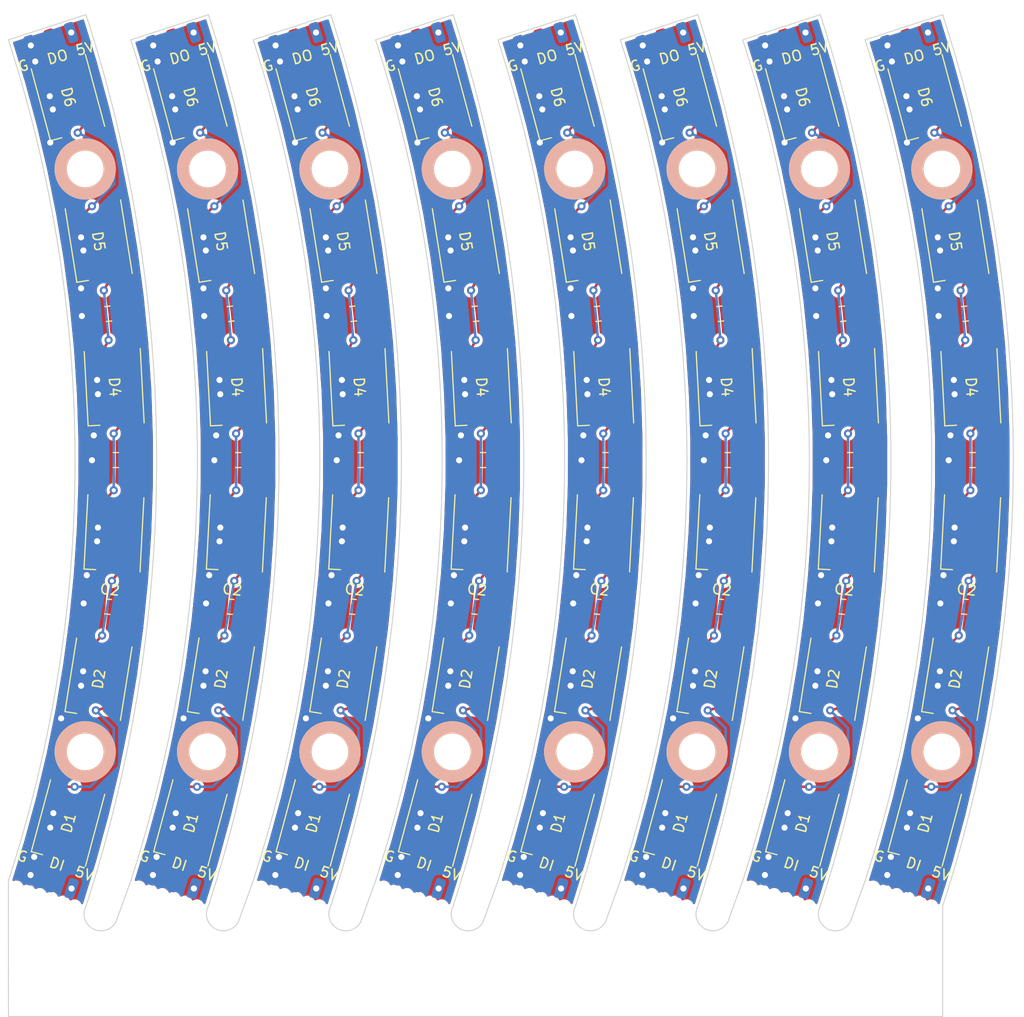
<source format=kicad_pcb>
(kicad_pcb (version 20171130) (host pcbnew "(5.1.9)-1")
  (layers (0 F.Cu signal) (31 B.Cu signal) (34 B.Paste user hide) (35 F.Paste user hide) (36 B.SilkS user hide) (37 F.SilkS user hide) (38 B.Mask user) (39 F.Mask user) (44 Edge.Cuts user))
  (net 0 "")
  (net 1 +5V)
  (net 2 "Net-(D1-Pad4)")
  (net 3 "Net-(D1-Pad2)")
  (net 4 GND)
  (net 5 "Net-(D2-Pad4)")
  (net 6 "Net-(D3-Pad4)")
  (net 7 "Net-(D4-Pad4)")
  (net 8 "Net-(D5-Pad4)")
  (net 9 "Net-(D6-Pad4)")
  (module Mounting_Wuerth:MountingHole_0.8mm (layer F.Cu) (at 178.954962 121.348074 342)
    (fp_text reference REF** hide)
    (fp_text value MountingHole_0.8mm hide)
    (pad "" np_thru_hole circle (at 0 0 342) (size 0.8 0.8) (drill 0.8) (layers *.Cu *.Mask))
  )
  (module Mounting_Wuerth:MountingHole_0.8mm (layer F.Cu) (at 166.954962 121.348074 342)
    (fp_text reference REF** hide)
    (fp_text value MountingHole_0.8mm hide)
    (pad "" np_thru_hole circle (at 0 0 342) (size 0.8 0.8) (drill 0.8) (layers *.Cu *.Mask))
  )
  (module Mounting_Wuerth:MountingHole_0.8mm (layer F.Cu) (at 154.954962 121.348074 342)
    (fp_text reference REF** hide)
    (fp_text value MountingHole_0.8mm hide)
    (pad "" np_thru_hole circle (at 0 0 342) (size 0.8 0.8) (drill 0.8) (layers *.Cu *.Mask))
  )
  (module Mounting_Wuerth:MountingHole_0.8mm (layer F.Cu) (at 142.954962 121.348074 342)
    (fp_text reference REF** hide)
    (fp_text value MountingHole_0.8mm hide)
    (pad "" np_thru_hole circle (at 0 0 342) (size 0.8 0.8) (drill 0.8) (layers *.Cu *.Mask))
  )
  (module Mounting_Wuerth:MountingHole_0.8mm (layer F.Cu) (at 130.954962 121.348074 342)
    (fp_text reference REF** hide)
    (fp_text value MountingHole_0.8mm hide)
    (pad "" np_thru_hole circle (at 0 0 342) (size 0.8 0.8) (drill 0.8) (layers *.Cu *.Mask))
  )
  (module Mounting_Wuerth:MountingHole_0.8mm (layer F.Cu) (at 118.954962 121.348074 342)
    (fp_text reference REF** hide)
    (fp_text value MountingHole_0.8mm hide)
    (pad "" np_thru_hole circle (at 0 0 342) (size 0.8 0.8) (drill 0.8) (layers *.Cu *.Mask))
  )
  (module Mounting_Wuerth:MountingHole_0.8mm (layer F.Cu) (at 106.954962 121.348074 342)
    (fp_text reference REF** hide)
    (fp_text value MountingHole_0.8mm hide)
    (pad "" np_thru_hole circle (at 0 0 342) (size 0.8 0.8) (drill 0.8) (layers *.Cu *.Mask))
  )
  (module Mounting_Wuerth:MountingHole_0.8mm (layer F.Cu) (at 184.661301 123.202177 342)
    (fp_text reference REF** hide)
    (fp_text value MountingHole_0.8mm hide)
    (pad "" np_thru_hole circle (at 0 0 342) (size 0.8 0.8) (drill 0.8) (layers *.Cu *.Mask))
  )
  (module Mounting_Wuerth:MountingHole_0.8mm (layer F.Cu) (at 172.661301 123.202177 342)
    (fp_text reference REF** hide)
    (fp_text value MountingHole_0.8mm hide)
    (pad "" np_thru_hole circle (at 0 0 342) (size 0.8 0.8) (drill 0.8) (layers *.Cu *.Mask))
  )
  (module Mounting_Wuerth:MountingHole_0.8mm (layer F.Cu) (at 160.661301 123.202177 342)
    (fp_text reference REF** hide)
    (fp_text value MountingHole_0.8mm hide)
    (pad "" np_thru_hole circle (at 0 0 342) (size 0.8 0.8) (drill 0.8) (layers *.Cu *.Mask))
  )
  (module Mounting_Wuerth:MountingHole_0.8mm (layer F.Cu) (at 148.661301 123.202177 342)
    (fp_text reference REF** hide)
    (fp_text value MountingHole_0.8mm hide)
    (pad "" np_thru_hole circle (at 0 0 342) (size 0.8 0.8) (drill 0.8) (layers *.Cu *.Mask))
  )
  (module Mounting_Wuerth:MountingHole_0.8mm (layer F.Cu) (at 136.661301 123.202177 342)
    (fp_text reference REF** hide)
    (fp_text value MountingHole_0.8mm hide)
    (pad "" np_thru_hole circle (at 0 0 342) (size 0.8 0.8) (drill 0.8) (layers *.Cu *.Mask))
  )
  (module Mounting_Wuerth:MountingHole_0.8mm (layer F.Cu) (at 124.661301 123.202177 342)
    (fp_text reference REF** hide)
    (fp_text value MountingHole_0.8mm hide)
    (pad "" np_thru_hole circle (at 0 0 342) (size 0.8 0.8) (drill 0.8) (layers *.Cu *.Mask))
  )
  (module Mounting_Wuerth:MountingHole_0.8mm (layer F.Cu) (at 112.661301 123.202177 342)
    (fp_text reference REF** hide)
    (fp_text value MountingHole_0.8mm hide)
    (pad "" np_thru_hole circle (at 0 0 342) (size 0.8 0.8) (drill 0.8) (layers *.Cu *.Mask))
  )
  (module Mounting_Wuerth:MountingHole_0.8mm (layer F.Cu) (at 182.378767 122.460536 342)
    (fp_text reference REF** hide)
    (fp_text value MountingHole_0.8mm hide)
    (pad "" np_thru_hole circle (at 0 0 342) (size 0.8 0.8) (drill 0.8) (layers *.Cu *.Mask))
  )
  (module Mounting_Wuerth:MountingHole_0.8mm (layer F.Cu) (at 170.378767 122.460536 342)
    (fp_text reference REF** hide)
    (fp_text value MountingHole_0.8mm hide)
    (pad "" np_thru_hole circle (at 0 0 342) (size 0.8 0.8) (drill 0.8) (layers *.Cu *.Mask))
  )
  (module Mounting_Wuerth:MountingHole_0.8mm (layer F.Cu) (at 158.378767 122.460536 342)
    (fp_text reference REF** hide)
    (fp_text value MountingHole_0.8mm hide)
    (pad "" np_thru_hole circle (at 0 0 342) (size 0.8 0.8) (drill 0.8) (layers *.Cu *.Mask))
  )
  (module Mounting_Wuerth:MountingHole_0.8mm (layer F.Cu) (at 146.378767 122.460536 342)
    (fp_text reference REF** hide)
    (fp_text value MountingHole_0.8mm hide)
    (pad "" np_thru_hole circle (at 0 0 342) (size 0.8 0.8) (drill 0.8) (layers *.Cu *.Mask))
  )
  (module Mounting_Wuerth:MountingHole_0.8mm (layer F.Cu) (at 134.378767 122.460536 342)
    (fp_text reference REF** hide)
    (fp_text value MountingHole_0.8mm hide)
    (pad "" np_thru_hole circle (at 0 0 342) (size 0.8 0.8) (drill 0.8) (layers *.Cu *.Mask))
  )
  (module Mounting_Wuerth:MountingHole_0.8mm (layer F.Cu) (at 122.378767 122.460536 342)
    (fp_text reference REF** hide)
    (fp_text value MountingHole_0.8mm hide)
    (pad "" np_thru_hole circle (at 0 0 342) (size 0.8 0.8) (drill 0.8) (layers *.Cu *.Mask))
  )
  (module Mounting_Wuerth:MountingHole_0.8mm (layer F.Cu) (at 110.378767 122.460536 342)
    (fp_text reference REF** hide)
    (fp_text value MountingHole_0.8mm hide)
    (pad "" np_thru_hole circle (at 0 0 342) (size 0.8 0.8) (drill 0.8) (layers *.Cu *.Mask))
  )
  (module Mounting_Wuerth:MountingHole_0.8mm (layer F.Cu) (at 181.237498 122.089716 342)
    (fp_text reference REF** hide)
    (fp_text value MountingHole_0.8mm hide)
    (pad "" np_thru_hole circle (at 0 0 342) (size 0.8 0.8) (drill 0.8) (layers *.Cu *.Mask))
  )
  (module Mounting_Wuerth:MountingHole_0.8mm (layer F.Cu) (at 169.237498 122.089716 342)
    (fp_text reference REF** hide)
    (fp_text value MountingHole_0.8mm hide)
    (pad "" np_thru_hole circle (at 0 0 342) (size 0.8 0.8) (drill 0.8) (layers *.Cu *.Mask))
  )
  (module Mounting_Wuerth:MountingHole_0.8mm (layer F.Cu) (at 157.237498 122.089716 342)
    (fp_text reference REF** hide)
    (fp_text value MountingHole_0.8mm hide)
    (pad "" np_thru_hole circle (at 0 0 342) (size 0.8 0.8) (drill 0.8) (layers *.Cu *.Mask))
  )
  (module Mounting_Wuerth:MountingHole_0.8mm (layer F.Cu) (at 145.237498 122.089716 342)
    (fp_text reference REF** hide)
    (fp_text value MountingHole_0.8mm hide)
    (pad "" np_thru_hole circle (at 0 0 342) (size 0.8 0.8) (drill 0.8) (layers *.Cu *.Mask))
  )
  (module Mounting_Wuerth:MountingHole_0.8mm (layer F.Cu) (at 133.237498 122.089716 342)
    (fp_text reference REF** hide)
    (fp_text value MountingHole_0.8mm hide)
    (pad "" np_thru_hole circle (at 0 0 342) (size 0.8 0.8) (drill 0.8) (layers *.Cu *.Mask))
  )
  (module Mounting_Wuerth:MountingHole_0.8mm (layer F.Cu) (at 121.237498 122.089716 342)
    (fp_text reference REF** hide)
    (fp_text value MountingHole_0.8mm hide)
    (pad "" np_thru_hole circle (at 0 0 342) (size 0.8 0.8) (drill 0.8) (layers *.Cu *.Mask))
  )
  (module Mounting_Wuerth:MountingHole_0.8mm (layer F.Cu) (at 109.237498 122.089716 342)
    (fp_text reference REF** hide)
    (fp_text value MountingHole_0.8mm hide)
    (pad "" np_thru_hole circle (at 0 0 342) (size 0.8 0.8) (drill 0.8) (layers *.Cu *.Mask))
  )
  (module Mounting_Wuerth:MountingHole_0.8mm (layer F.Cu) (at 180.096229 121.718895 342)
    (fp_text reference REF** hide)
    (fp_text value MountingHole_0.8mm hide)
    (pad "" np_thru_hole circle (at 0 0 342) (size 0.8 0.8) (drill 0.8) (layers *.Cu *.Mask))
  )
  (module Mounting_Wuerth:MountingHole_0.8mm (layer F.Cu) (at 168.096229 121.718895 342)
    (fp_text reference REF** hide)
    (fp_text value MountingHole_0.8mm hide)
    (pad "" np_thru_hole circle (at 0 0 342) (size 0.8 0.8) (drill 0.8) (layers *.Cu *.Mask))
  )
  (module Mounting_Wuerth:MountingHole_0.8mm (layer F.Cu) (at 156.096229 121.718895 342)
    (fp_text reference REF** hide)
    (fp_text value MountingHole_0.8mm hide)
    (pad "" np_thru_hole circle (at 0 0 342) (size 0.8 0.8) (drill 0.8) (layers *.Cu *.Mask))
  )
  (module Mounting_Wuerth:MountingHole_0.8mm (layer F.Cu) (at 144.096229 121.718895 342)
    (fp_text reference REF** hide)
    (fp_text value MountingHole_0.8mm hide)
    (pad "" np_thru_hole circle (at 0 0 342) (size 0.8 0.8) (drill 0.8) (layers *.Cu *.Mask))
  )
  (module Mounting_Wuerth:MountingHole_0.8mm (layer F.Cu) (at 132.096229 121.718895 342)
    (fp_text reference REF** hide)
    (fp_text value MountingHole_0.8mm hide)
    (pad "" np_thru_hole circle (at 0 0 342) (size 0.8 0.8) (drill 0.8) (layers *.Cu *.Mask))
  )
  (module Mounting_Wuerth:MountingHole_0.8mm (layer F.Cu) (at 120.096229 121.718895 342)
    (fp_text reference REF** hide)
    (fp_text value MountingHole_0.8mm hide)
    (pad "" np_thru_hole circle (at 0 0 342) (size 0.8 0.8) (drill 0.8) (layers *.Cu *.Mask))
  )
  (module Mounting_Wuerth:MountingHole_0.8mm (layer F.Cu) (at 108.096229 121.718895 342)
    (fp_text reference REF** hide)
    (fp_text value MountingHole_0.8mm hide)
    (pad "" np_thru_hole circle (at 0 0 342) (size 0.8 0.8) (drill 0.8) (layers *.Cu *.Mask))
  )
  (module Mounting_Wuerth:MountingHole_0.8mm (layer F.Cu) (at 183.520035 122.831355 342)
    (fp_text reference REF** hide)
    (fp_text value MountingHole_0.8mm hide)
    (pad "" np_thru_hole circle (at 0 0 342) (size 0.8 0.8) (drill 0.8) (layers *.Cu *.Mask))
  )
  (module Mounting_Wuerth:MountingHole_0.8mm (layer F.Cu) (at 171.520035 122.831355 342)
    (fp_text reference REF** hide)
    (fp_text value MountingHole_0.8mm hide)
    (pad "" np_thru_hole circle (at 0 0 342) (size 0.8 0.8) (drill 0.8) (layers *.Cu *.Mask))
  )
  (module Mounting_Wuerth:MountingHole_0.8mm (layer F.Cu) (at 159.520035 122.831355 342)
    (fp_text reference REF** hide)
    (fp_text value MountingHole_0.8mm hide)
    (pad "" np_thru_hole circle (at 0 0 342) (size 0.8 0.8) (drill 0.8) (layers *.Cu *.Mask))
  )
  (module Mounting_Wuerth:MountingHole_0.8mm (layer F.Cu) (at 147.520035 122.831355 342)
    (fp_text reference REF** hide)
    (fp_text value MountingHole_0.8mm hide)
    (pad "" np_thru_hole circle (at 0 0 342) (size 0.8 0.8) (drill 0.8) (layers *.Cu *.Mask))
  )
  (module Mounting_Wuerth:MountingHole_0.8mm (layer F.Cu) (at 135.520035 122.831355 342)
    (fp_text reference REF** hide)
    (fp_text value MountingHole_0.8mm hide)
    (pad "" np_thru_hole circle (at 0 0 342) (size 0.8 0.8) (drill 0.8) (layers *.Cu *.Mask))
  )
  (module Mounting_Wuerth:MountingHole_0.8mm (layer F.Cu) (at 123.520035 122.831355 342)
    (fp_text reference REF** hide)
    (fp_text value MountingHole_0.8mm hide)
    (pad "" np_thru_hole circle (at 0 0 342) (size 0.8 0.8) (drill 0.8) (layers *.Cu *.Mask))
  )
  (module Mounting_Wuerth:MountingHole_0.8mm (layer F.Cu) (at 111.520035 122.831355 342)
    (fp_text reference REF** hide)
    (fp_text value MountingHole_0.8mm hide)
    (pad "" np_thru_hole circle (at 0 0 342) (size 0.8 0.8) (drill 0.8) (layers *.Cu *.Mask))
  )
  (module Mounting_Wuerth:MountingHole_0.8mm (layer F.Cu) (at 100.661301 123.202177 342)
    (fp_text reference REF** hide)
    (fp_text value MountingHole_0.8mm hide)
    (pad "" np_thru_hole circle (at 0 0 342) (size 0.8 0.8) (drill 0.8) (layers *.Cu *.Mask))
  )
  (module Mounting_Wuerth:MountingHole_0.8mm (layer F.Cu) (at 99.520035 122.831355 342)
    (fp_text reference REF** hide)
    (fp_text value MountingHole_0.8mm hide)
    (pad "" np_thru_hole circle (at 0 0 342) (size 0.8 0.8) (drill 0.8) (layers *.Cu *.Mask))
  )
  (module Mounting_Wuerth:MountingHole_0.8mm (layer F.Cu) (at 98.378767 122.460536 342)
    (fp_text reference REF** hide)
    (fp_text value MountingHole_0.8mm hide)
    (pad "" np_thru_hole circle (at 0 0 342) (size 0.8 0.8) (drill 0.8) (layers *.Cu *.Mask))
  )
  (module Mounting_Wuerth:MountingHole_0.8mm (layer F.Cu) (at 97.237498 122.089716 342)
    (fp_text reference REF** hide)
    (fp_text value MountingHole_0.8mm hide)
    (pad "" np_thru_hole circle (at 0 0 342) (size 0.8 0.8) (drill 0.8) (layers *.Cu *.Mask))
  )
  (module Mounting_Wuerth:MountingHole_0.8mm (layer F.Cu) (at 96.096229 121.718895 342)
    (fp_text reference REF** hide)
    (fp_text value MountingHole_0.8mm hide)
    (pad "" np_thru_hole circle (at 0 0 342) (size 0.8 0.8) (drill 0.8) (layers *.Cu *.Mask))
  )
  (module Mounting_Wuerth:MountingHole_0.8mm (layer F.Cu) (at 94.954962 121.348074 342)
    (fp_text reference REF** hide)
    (fp_text value MountingHole_0.8mm hide)
    (pad "" np_thru_hole circle (at 0 0 342) (size 0.8 0.8) (drill 0.8) (layers *.Cu *.Mask))
  )
  (module TestPoint:TestPoint_Pad_Rect (layer F.Cu) (at 180.3422 120.1166 357)
    (fp_text reference GND1 hide)
    (fp_text value G hide)
    (fp_text user G (at -0.907398 -1.783755 342) (layer F.SilkS))
    (pad 1 thru_hole roundrect (at 0 0 342) (size 1 2) (drill 0.6) (layers *.Cu *.Mask) (net 4 GND))
  )
  (module TestPoint:TestPoint_Pad_Rect (layer F.Cu) (at 168.3422 120.1166 357)
    (fp_text reference GND1 hide)
    (fp_text value G hide)
    (fp_text user G (at -0.907398 -1.783755 342) (layer F.SilkS))
    (pad 1 thru_hole roundrect (at 0 0 342) (size 1 2) (drill 0.6) (layers *.Cu *.Mask) (net 4 GND))
  )
  (module TestPoint:TestPoint_Pad_Rect (layer F.Cu) (at 156.3422 120.1166 357)
    (fp_text reference GND1 hide)
    (fp_text value G hide)
    (fp_text user G (at -0.907398 -1.783755 342) (layer F.SilkS))
    (pad 1 thru_hole roundrect (at 0 0 342) (size 1 2) (drill 0.6) (layers *.Cu *.Mask) (net 4 GND))
  )
  (module TestPoint:TestPoint_Pad_Rect (layer F.Cu) (at 144.3422 120.1166 357)
    (fp_text reference GND1 hide)
    (fp_text value G hide)
    (fp_text user G (at -0.907398 -1.783755 342) (layer F.SilkS))
    (pad 1 thru_hole roundrect (at 0 0 342) (size 1 2) (drill 0.6) (layers *.Cu *.Mask) (net 4 GND))
  )
  (module TestPoint:TestPoint_Pad_Rect (layer F.Cu) (at 132.3422 120.1166 357)
    (fp_text reference GND1 hide)
    (fp_text value G hide)
    (fp_text user G (at -0.907398 -1.783755 342) (layer F.SilkS))
    (pad 1 thru_hole roundrect (at 0 0 342) (size 1 2) (drill 0.6) (layers *.Cu *.Mask) (net 4 GND))
  )
  (module TestPoint:TestPoint_Pad_Rect (layer F.Cu) (at 120.3422 120.1166 357)
    (fp_text reference GND1 hide)
    (fp_text value G hide)
    (fp_text user G (at -0.907398 -1.783755 342) (layer F.SilkS))
    (pad 1 thru_hole roundrect (at 0 0 342) (size 1 2) (drill 0.6) (layers *.Cu *.Mask) (net 4 GND))
  )
  (module TestPoint:TestPoint_Pad_Rect (layer F.Cu) (at 108.3422 120.1166 357)
    (fp_text reference GND1 hide)
    (fp_text value G hide)
    (fp_text user G (at -0.907398 -1.783755 342) (layer F.SilkS))
    (pad 1 thru_hole roundrect (at 0 0 342) (size 1 2) (drill 0.6) (layers *.Cu *.Mask) (net 4 GND))
  )
  (module TestPoint:TestPoint_Pad_Rect (layer F.Cu) (at 184.33 37.465)
    (fp_text reference 5V (at 1.3462 1.5748 15) (layer F.SilkS))
    (fp_text value TestPoint hide)
    (pad 1 thru_hole roundrect (at 0 0 18) (size 1 2) (drill 0.6) (layers *.Cu *.Mask) (net 1 +5V))
  )
  (module TestPoint:TestPoint_Pad_Rect (layer F.Cu) (at 172.33 37.465)
    (fp_text reference 5V (at 1.3462 1.5748 15) (layer F.SilkS))
    (fp_text value TestPoint hide)
    (pad 1 thru_hole roundrect (at 0 0 18) (size 1 2) (drill 0.6) (layers *.Cu *.Mask) (net 1 +5V))
  )
  (module TestPoint:TestPoint_Pad_Rect (layer F.Cu) (at 160.33 37.465)
    (fp_text reference 5V (at 1.3462 1.5748 15) (layer F.SilkS))
    (fp_text value TestPoint hide)
    (pad 1 thru_hole roundrect (at 0 0 18) (size 1 2) (drill 0.6) (layers *.Cu *.Mask) (net 1 +5V))
  )
  (module TestPoint:TestPoint_Pad_Rect (layer F.Cu) (at 148.33 37.465)
    (fp_text reference 5V (at 1.3462 1.5748 15) (layer F.SilkS))
    (fp_text value TestPoint hide)
    (pad 1 thru_hole roundrect (at 0 0 18) (size 1 2) (drill 0.6) (layers *.Cu *.Mask) (net 1 +5V))
  )
  (module TestPoint:TestPoint_Pad_Rect (layer F.Cu) (at 136.33 37.465)
    (fp_text reference 5V (at 1.3462 1.5748 15) (layer F.SilkS))
    (fp_text value TestPoint hide)
    (pad 1 thru_hole roundrect (at 0 0 18) (size 1 2) (drill 0.6) (layers *.Cu *.Mask) (net 1 +5V))
  )
  (module TestPoint:TestPoint_Pad_Rect (layer F.Cu) (at 124.33 37.465)
    (fp_text reference 5V (at 1.3462 1.5748 15) (layer F.SilkS))
    (fp_text value TestPoint hide)
    (pad 1 thru_hole roundrect (at 0 0 18) (size 1 2) (drill 0.6) (layers *.Cu *.Mask) (net 1 +5V))
  )
  (module TestPoint:TestPoint_Pad_Rect (layer F.Cu) (at 112.33 37.465)
    (fp_text reference 5V (at 1.3462 1.5748 15) (layer F.SilkS))
    (fp_text value TestPoint hide)
    (pad 1 thru_hole roundrect (at 0 0 18) (size 1 2) (drill 0.6) (layers *.Cu *.Mask) (net 1 +5V))
  )
  (module TestPoint:TestPoint_Pad_Rect (layer F.Cu) (at 180.3676 38.735)
    (fp_text reference G (at -0.7366 2.0066 15) (layer F.SilkS))
    (fp_text value TestPoint hide)
    (pad 1 thru_hole roundrect (at 0 0 18) (size 1 2) (drill 0.6) (layers *.Cu *.Mask) (net 4 GND))
  )
  (module TestPoint:TestPoint_Pad_Rect (layer F.Cu) (at 168.3676 38.735)
    (fp_text reference G (at -0.7366 2.0066 15) (layer F.SilkS))
    (fp_text value TestPoint hide)
    (pad 1 thru_hole roundrect (at 0 0 18) (size 1 2) (drill 0.6) (layers *.Cu *.Mask) (net 4 GND))
  )
  (module TestPoint:TestPoint_Pad_Rect (layer F.Cu) (at 156.3676 38.735)
    (fp_text reference G (at -0.7366 2.0066 15) (layer F.SilkS))
    (fp_text value TestPoint hide)
    (pad 1 thru_hole roundrect (at 0 0 18) (size 1 2) (drill 0.6) (layers *.Cu *.Mask) (net 4 GND))
  )
  (module TestPoint:TestPoint_Pad_Rect (layer F.Cu) (at 144.3676 38.735)
    (fp_text reference G (at -0.7366 2.0066 15) (layer F.SilkS))
    (fp_text value TestPoint hide)
    (pad 1 thru_hole roundrect (at 0 0 18) (size 1 2) (drill 0.6) (layers *.Cu *.Mask) (net 4 GND))
  )
  (module TestPoint:TestPoint_Pad_Rect (layer F.Cu) (at 132.3676 38.735)
    (fp_text reference G (at -0.7366 2.0066 15) (layer F.SilkS))
    (fp_text value TestPoint hide)
    (pad 1 thru_hole roundrect (at 0 0 18) (size 1 2) (drill 0.6) (layers *.Cu *.Mask) (net 4 GND))
  )
  (module TestPoint:TestPoint_Pad_Rect (layer F.Cu) (at 120.3676 38.735)
    (fp_text reference G (at -0.7366 2.0066 15) (layer F.SilkS))
    (fp_text value TestPoint hide)
    (pad 1 thru_hole roundrect (at 0 0 18) (size 1 2) (drill 0.6) (layers *.Cu *.Mask) (net 4 GND))
  )
  (module TestPoint:TestPoint_Pad_Rect (layer F.Cu) (at 108.3676 38.735)
    (fp_text reference G (at -0.7366 2.0066 15) (layer F.SilkS))
    (fp_text value TestPoint hide)
    (pad 1 thru_hole roundrect (at 0 0 18) (size 1 2) (drill 0.6) (layers *.Cu *.Mask) (net 4 GND))
  )
  (module TestPoint:TestPoint_Pad_Rect (layer F.Cu) (at 184.3554 121.4374 357)
    (fp_text reference 5V (at 1.167122 -1.510953 162) (layer F.SilkS))
    (fp_text value TestPoint hide)
    (pad 1 thru_hole roundrect (at 0 0 342) (size 1 2) (drill 0.6) (layers *.Cu *.Mask) (net 1 +5V))
  )
  (module TestPoint:TestPoint_Pad_Rect (layer F.Cu) (at 172.3554 121.4374 357)
    (fp_text reference 5V (at 1.167122 -1.510953 162) (layer F.SilkS))
    (fp_text value TestPoint hide)
    (pad 1 thru_hole roundrect (at 0 0 342) (size 1 2) (drill 0.6) (layers *.Cu *.Mask) (net 1 +5V))
  )
  (module TestPoint:TestPoint_Pad_Rect (layer F.Cu) (at 160.3554 121.4374 357)
    (fp_text reference 5V (at 1.167122 -1.510953 162) (layer F.SilkS))
    (fp_text value TestPoint hide)
    (pad 1 thru_hole roundrect (at 0 0 342) (size 1 2) (drill 0.6) (layers *.Cu *.Mask) (net 1 +5V))
  )
  (module TestPoint:TestPoint_Pad_Rect (layer F.Cu) (at 148.3554 121.4374 357)
    (fp_text reference 5V (at 1.167122 -1.510953 162) (layer F.SilkS))
    (fp_text value TestPoint hide)
    (pad 1 thru_hole roundrect (at 0 0 342) (size 1 2) (drill 0.6) (layers *.Cu *.Mask) (net 1 +5V))
  )
  (module TestPoint:TestPoint_Pad_Rect (layer F.Cu) (at 136.3554 121.4374 357)
    (fp_text reference 5V (at 1.167122 -1.510953 162) (layer F.SilkS))
    (fp_text value TestPoint hide)
    (pad 1 thru_hole roundrect (at 0 0 342) (size 1 2) (drill 0.6) (layers *.Cu *.Mask) (net 1 +5V))
  )
  (module TestPoint:TestPoint_Pad_Rect (layer F.Cu) (at 124.3554 121.4374 357)
    (fp_text reference 5V (at 1.167122 -1.510953 162) (layer F.SilkS))
    (fp_text value TestPoint hide)
    (pad 1 thru_hole roundrect (at 0 0 342) (size 1 2) (drill 0.6) (layers *.Cu *.Mask) (net 1 +5V))
  )
  (module TestPoint:TestPoint_Pad_Rect (layer F.Cu) (at 112.3554 121.4374 357)
    (fp_text reference 5V (at 1.167122 -1.510953 162) (layer F.SilkS))
    (fp_text value TestPoint hide)
    (pad 1 thru_hole roundrect (at 0 0 342) (size 1 2) (drill 0.6) (layers *.Cu *.Mask) (net 1 +5V))
  )
  (module TestPoint:TestPoint_Pad_Rect (layer F.Cu) (at 182.3488 38.1)
    (fp_text reference DO (at 0.635 1.778 15) (layer F.SilkS))
    (fp_text value TestPoint hide)
    (pad 1 smd roundrect (at 0 0 18) (size 1 2) (layers F.Cu F.Paste F.Mask) (net 9 "Net-(D6-Pad4)"))
  )
  (module TestPoint:TestPoint_Pad_Rect (layer F.Cu) (at 170.3488 38.1)
    (fp_text reference DO (at 0.635 1.778 15) (layer F.SilkS))
    (fp_text value TestPoint hide)
    (pad 1 smd roundrect (at 0 0 18) (size 1 2) (layers F.Cu F.Paste F.Mask) (net 9 "Net-(D6-Pad4)"))
  )
  (module TestPoint:TestPoint_Pad_Rect (layer F.Cu) (at 158.3488 38.1)
    (fp_text reference DO (at 0.635 1.778 15) (layer F.SilkS))
    (fp_text value TestPoint hide)
    (pad 1 smd roundrect (at 0 0 18) (size 1 2) (layers F.Cu F.Paste F.Mask) (net 9 "Net-(D6-Pad4)"))
  )
  (module TestPoint:TestPoint_Pad_Rect (layer F.Cu) (at 146.3488 38.1)
    (fp_text reference DO (at 0.635 1.778 15) (layer F.SilkS))
    (fp_text value TestPoint hide)
    (pad 1 smd roundrect (at 0 0 18) (size 1 2) (layers F.Cu F.Paste F.Mask) (net 9 "Net-(D6-Pad4)"))
  )
  (module TestPoint:TestPoint_Pad_Rect (layer F.Cu) (at 134.3488 38.1)
    (fp_text reference DO (at 0.635 1.778 15) (layer F.SilkS))
    (fp_text value TestPoint hide)
    (pad 1 smd roundrect (at 0 0 18) (size 1 2) (layers F.Cu F.Paste F.Mask) (net 9 "Net-(D6-Pad4)"))
  )
  (module TestPoint:TestPoint_Pad_Rect (layer F.Cu) (at 122.3488 38.1)
    (fp_text reference DO (at 0.635 1.778 15) (layer F.SilkS))
    (fp_text value TestPoint hide)
    (pad 1 smd roundrect (at 0 0 18) (size 1 2) (layers F.Cu F.Paste F.Mask) (net 9 "Net-(D6-Pad4)"))
  )
  (module TestPoint:TestPoint_Pad_Rect (layer F.Cu) (at 110.3488 38.1)
    (fp_text reference DO (at 0.635 1.778 15) (layer F.SilkS))
    (fp_text value TestPoint hide)
    (pad 1 smd roundrect (at 0 0 18) (size 1 2) (layers F.Cu F.Paste F.Mask) (net 9 "Net-(D6-Pad4)"))
  )
  (module TestPoint:TestPoint_Pad_Rect (layer F.Cu) (at 182.3488 120.777 357)
    (fp_text reference DI1 hide)
    (fp_text value DI (at 0.493005 -1.755408 162) (layer F.SilkS))
    (pad 1 smd roundrect (at 0 0 342) (size 1 2) (layers F.Cu F.Paste F.Mask) (net 3 "Net-(D1-Pad2)"))
  )
  (module TestPoint:TestPoint_Pad_Rect (layer F.Cu) (at 170.3488 120.777 357)
    (fp_text reference DI1 hide)
    (fp_text value DI (at 0.493005 -1.755408 162) (layer F.SilkS))
    (pad 1 smd roundrect (at 0 0 342) (size 1 2) (layers F.Cu F.Paste F.Mask) (net 3 "Net-(D1-Pad2)"))
  )
  (module TestPoint:TestPoint_Pad_Rect (layer F.Cu) (at 158.3488 120.777 357)
    (fp_text reference DI1 hide)
    (fp_text value DI (at 0.493005 -1.755408 162) (layer F.SilkS))
    (pad 1 smd roundrect (at 0 0 342) (size 1 2) (layers F.Cu F.Paste F.Mask) (net 3 "Net-(D1-Pad2)"))
  )
  (module TestPoint:TestPoint_Pad_Rect (layer F.Cu) (at 146.3488 120.777 357)
    (fp_text reference DI1 hide)
    (fp_text value DI (at 0.493005 -1.755408 162) (layer F.SilkS))
    (pad 1 smd roundrect (at 0 0 342) (size 1 2) (layers F.Cu F.Paste F.Mask) (net 3 "Net-(D1-Pad2)"))
  )
  (module TestPoint:TestPoint_Pad_Rect (layer F.Cu) (at 134.3488 120.777 357)
    (fp_text reference DI1 hide)
    (fp_text value DI (at 0.493005 -1.755408 162) (layer F.SilkS))
    (pad 1 smd roundrect (at 0 0 342) (size 1 2) (layers F.Cu F.Paste F.Mask) (net 3 "Net-(D1-Pad2)"))
  )
  (module TestPoint:TestPoint_Pad_Rect (layer F.Cu) (at 122.3488 120.777 357)
    (fp_text reference DI1 hide)
    (fp_text value DI (at 0.493005 -1.755408 162) (layer F.SilkS))
    (pad 1 smd roundrect (at 0 0 342) (size 1 2) (layers F.Cu F.Paste F.Mask) (net 3 "Net-(D1-Pad2)"))
  )
  (module TestPoint:TestPoint_Pad_Rect (layer F.Cu) (at 110.3488 120.777 357)
    (fp_text reference DI1 hide)
    (fp_text value DI (at 0.493005 -1.755408 162) (layer F.SilkS))
    (pad 1 smd roundrect (at 0 0 342) (size 1 2) (layers F.Cu F.Paste F.Mask) (net 3 "Net-(D1-Pad2)"))
  )
  (module LED_SMD:LED_SK6812_PLCC4_5.0x5.0mm_P3.2mm (layer F.Cu) (at 188.541622 72.263718 273)
    (fp_text reference D4 (at -0.024503 -0.031504 93) (layer F.SilkS))
    (fp_text value SK6812 hide)
    (pad 1 smd rect (at 2.45 1.6 273) (size 1.5 1) (layers F.Cu F.Paste F.Mask) (net 4 GND))
    (pad 2 smd rect (at 2.45 -1.6 273) (size 1.5 1) (layers F.Cu F.Paste F.Mask) (net 6 "Net-(D3-Pad4)"))
    (pad 4 smd rect (at -2.45 1.6 273) (size 1.5 1) (layers F.Cu F.Paste F.Mask) (net 7 "Net-(D4-Pad4)"))
    (pad 3 smd rect (at -2.45 -1.6 273) (size 1.5 1) (layers F.Cu F.Paste F.Mask) (net 1 +5V))
  )
  (module LED_SMD:LED_SK6812_PLCC4_5.0x5.0mm_P3.2mm (layer F.Cu) (at 176.541622 72.263718 273)
    (fp_text reference D4 (at -0.024503 -0.031504 93) (layer F.SilkS))
    (fp_text value SK6812 hide)
    (pad 1 smd rect (at 2.45 1.6 273) (size 1.5 1) (layers F.Cu F.Paste F.Mask) (net 4 GND))
    (pad 2 smd rect (at 2.45 -1.6 273) (size 1.5 1) (layers F.Cu F.Paste F.Mask) (net 6 "Net-(D3-Pad4)"))
    (pad 4 smd rect (at -2.45 1.6 273) (size 1.5 1) (layers F.Cu F.Paste F.Mask) (net 7 "Net-(D4-Pad4)"))
    (pad 3 smd rect (at -2.45 -1.6 273) (size 1.5 1) (layers F.Cu F.Paste F.Mask) (net 1 +5V))
  )
  (module LED_SMD:LED_SK6812_PLCC4_5.0x5.0mm_P3.2mm (layer F.Cu) (at 164.541622 72.263718 273)
    (fp_text reference D4 (at -0.024503 -0.031504 93) (layer F.SilkS))
    (fp_text value SK6812 hide)
    (pad 1 smd rect (at 2.45 1.6 273) (size 1.5 1) (layers F.Cu F.Paste F.Mask) (net 4 GND))
    (pad 2 smd rect (at 2.45 -1.6 273) (size 1.5 1) (layers F.Cu F.Paste F.Mask) (net 6 "Net-(D3-Pad4)"))
    (pad 4 smd rect (at -2.45 1.6 273) (size 1.5 1) (layers F.Cu F.Paste F.Mask) (net 7 "Net-(D4-Pad4)"))
    (pad 3 smd rect (at -2.45 -1.6 273) (size 1.5 1) (layers F.Cu F.Paste F.Mask) (net 1 +5V))
  )
  (module LED_SMD:LED_SK6812_PLCC4_5.0x5.0mm_P3.2mm (layer F.Cu) (at 152.541622 72.263718 273)
    (fp_text reference D4 (at -0.024503 -0.031504 93) (layer F.SilkS))
    (fp_text value SK6812 hide)
    (pad 1 smd rect (at 2.45 1.6 273) (size 1.5 1) (layers F.Cu F.Paste F.Mask) (net 4 GND))
    (pad 2 smd rect (at 2.45 -1.6 273) (size 1.5 1) (layers F.Cu F.Paste F.Mask) (net 6 "Net-(D3-Pad4)"))
    (pad 4 smd rect (at -2.45 1.6 273) (size 1.5 1) (layers F.Cu F.Paste F.Mask) (net 7 "Net-(D4-Pad4)"))
    (pad 3 smd rect (at -2.45 -1.6 273) (size 1.5 1) (layers F.Cu F.Paste F.Mask) (net 1 +5V))
  )
  (module LED_SMD:LED_SK6812_PLCC4_5.0x5.0mm_P3.2mm (layer F.Cu) (at 140.541622 72.263718 273)
    (fp_text reference D4 (at -0.024503 -0.031504 93) (layer F.SilkS))
    (fp_text value SK6812 hide)
    (pad 1 smd rect (at 2.45 1.6 273) (size 1.5 1) (layers F.Cu F.Paste F.Mask) (net 4 GND))
    (pad 2 smd rect (at 2.45 -1.6 273) (size 1.5 1) (layers F.Cu F.Paste F.Mask) (net 6 "Net-(D3-Pad4)"))
    (pad 4 smd rect (at -2.45 1.6 273) (size 1.5 1) (layers F.Cu F.Paste F.Mask) (net 7 "Net-(D4-Pad4)"))
    (pad 3 smd rect (at -2.45 -1.6 273) (size 1.5 1) (layers F.Cu F.Paste F.Mask) (net 1 +5V))
  )
  (module LED_SMD:LED_SK6812_PLCC4_5.0x5.0mm_P3.2mm (layer F.Cu) (at 128.541622 72.263718 273)
    (fp_text reference D4 (at -0.024503 -0.031504 93) (layer F.SilkS))
    (fp_text value SK6812 hide)
    (pad 1 smd rect (at 2.45 1.6 273) (size 1.5 1) (layers F.Cu F.Paste F.Mask) (net 4 GND))
    (pad 2 smd rect (at 2.45 -1.6 273) (size 1.5 1) (layers F.Cu F.Paste F.Mask) (net 6 "Net-(D3-Pad4)"))
    (pad 4 smd rect (at -2.45 1.6 273) (size 1.5 1) (layers F.Cu F.Paste F.Mask) (net 7 "Net-(D4-Pad4)"))
    (pad 3 smd rect (at -2.45 -1.6 273) (size 1.5 1) (layers F.Cu F.Paste F.Mask) (net 1 +5V))
  )
  (module LED_SMD:LED_SK6812_PLCC4_5.0x5.0mm_P3.2mm (layer F.Cu) (at 116.541622 72.263718 273)
    (fp_text reference D4 (at -0.024503 -0.031504 93) (layer F.SilkS))
    (fp_text value SK6812 hide)
    (pad 1 smd rect (at 2.45 1.6 273) (size 1.5 1) (layers F.Cu F.Paste F.Mask) (net 4 GND))
    (pad 2 smd rect (at 2.45 -1.6 273) (size 1.5 1) (layers F.Cu F.Paste F.Mask) (net 6 "Net-(D3-Pad4)"))
    (pad 4 smd rect (at -2.45 1.6 273) (size 1.5 1) (layers F.Cu F.Paste F.Mask) (net 7 "Net-(D4-Pad4)"))
    (pad 3 smd rect (at -2.45 -1.6 273) (size 1.5 1) (layers F.Cu F.Paste F.Mask) (net 1 +5V))
  )
  (module Capacitor_SMD:C_0805_2012Metric (layer F.Cu) (at 187.943594 93.791728 354)
    (fp_text reference C2 (at 0 -1.68 174) (layer F.SilkS))
    (fp_text value C_Small hide)
    (pad 1 smd roundrect (at -0.95 0 354) (size 1 1.45) (layers F.Cu F.Paste F.Mask) (net 4 GND))
    (pad 2 smd roundrect (at 0.95 0 354) (size 1 1.45) (layers F.Cu F.Paste F.Mask) (net 1 +5V))
  )
  (module Capacitor_SMD:C_0805_2012Metric (layer F.Cu) (at 175.943594 93.791728 354)
    (fp_text reference C2 (at 0 -1.68 174) (layer F.SilkS))
    (fp_text value C_Small hide)
    (pad 1 smd roundrect (at -0.95 0 354) (size 1 1.45) (layers F.Cu F.Paste F.Mask) (net 4 GND))
    (pad 2 smd roundrect (at 0.95 0 354) (size 1 1.45) (layers F.Cu F.Paste F.Mask) (net 1 +5V))
  )
  (module Capacitor_SMD:C_0805_2012Metric (layer F.Cu) (at 163.943594 93.791728 354)
    (fp_text reference C2 (at 0 -1.68 174) (layer F.SilkS))
    (fp_text value C_Small hide)
    (pad 1 smd roundrect (at -0.95 0 354) (size 1 1.45) (layers F.Cu F.Paste F.Mask) (net 4 GND))
    (pad 2 smd roundrect (at 0.95 0 354) (size 1 1.45) (layers F.Cu F.Paste F.Mask) (net 1 +5V))
  )
  (module Capacitor_SMD:C_0805_2012Metric (layer F.Cu) (at 151.943594 93.791728 354)
    (fp_text reference C2 (at 0 -1.68 174) (layer F.SilkS))
    (fp_text value C_Small hide)
    (pad 1 smd roundrect (at -0.95 0 354) (size 1 1.45) (layers F.Cu F.Paste F.Mask) (net 4 GND))
    (pad 2 smd roundrect (at 0.95 0 354) (size 1 1.45) (layers F.Cu F.Paste F.Mask) (net 1 +5V))
  )
  (module Capacitor_SMD:C_0805_2012Metric (layer F.Cu) (at 139.943594 93.791728 354)
    (fp_text reference C2 (at 0 -1.68 174) (layer F.SilkS))
    (fp_text value C_Small hide)
    (pad 1 smd roundrect (at -0.95 0 354) (size 1 1.45) (layers F.Cu F.Paste F.Mask) (net 4 GND))
    (pad 2 smd roundrect (at 0.95 0 354) (size 1 1.45) (layers F.Cu F.Paste F.Mask) (net 1 +5V))
  )
  (module Capacitor_SMD:C_0805_2012Metric (layer F.Cu) (at 127.943594 93.791728 354)
    (fp_text reference C2 (at 0 -1.68 174) (layer F.SilkS))
    (fp_text value C_Small hide)
    (pad 1 smd roundrect (at -0.95 0 354) (size 1 1.45) (layers F.Cu F.Paste F.Mask) (net 4 GND))
    (pad 2 smd roundrect (at 0.95 0 354) (size 1 1.45) (layers F.Cu F.Paste F.Mask) (net 1 +5V))
  )
  (module Capacitor_SMD:C_0805_2012Metric (layer F.Cu) (at 115.943594 93.791728 354)
    (fp_text reference C2 (at 0 -1.68 174) (layer F.SilkS))
    (fp_text value C_Small hide)
    (pad 1 smd roundrect (at -0.95 0 354) (size 1 1.45) (layers F.Cu F.Paste F.Mask) (net 4 GND))
    (pad 2 smd roundrect (at 0.95 0 354) (size 1 1.45) (layers F.Cu F.Paste F.Mask) (net 1 +5V))
  )
  (module LED_SMD:LED_SK6812_PLCC4_5.0x5.0mm_P3.2mm (layer F.Cu) (at 188.518202 86.598582 267)
    (fp_text reference D3 hide)
    (fp_text value SK6812 hide)
    (pad 1 smd rect (at 2.45 1.6 267) (size 1.5 1) (layers F.Cu F.Paste F.Mask) (net 4 GND))
    (pad 2 smd rect (at 2.45 -1.6 267) (size 1.5 1) (layers F.Cu F.Paste F.Mask) (net 5 "Net-(D2-Pad4)"))
    (pad 4 smd rect (at -2.45 1.6 267) (size 1.5 1) (layers F.Cu F.Paste F.Mask) (net 6 "Net-(D3-Pad4)"))
    (pad 3 smd rect (at -2.45 -1.6 267) (size 1.5 1) (layers F.Cu F.Paste F.Mask) (net 1 +5V))
  )
  (module LED_SMD:LED_SK6812_PLCC4_5.0x5.0mm_P3.2mm (layer F.Cu) (at 176.518202 86.598582 267)
    (fp_text reference D3 hide)
    (fp_text value SK6812 hide)
    (pad 1 smd rect (at 2.45 1.6 267) (size 1.5 1) (layers F.Cu F.Paste F.Mask) (net 4 GND))
    (pad 2 smd rect (at 2.45 -1.6 267) (size 1.5 1) (layers F.Cu F.Paste F.Mask) (net 5 "Net-(D2-Pad4)"))
    (pad 4 smd rect (at -2.45 1.6 267) (size 1.5 1) (layers F.Cu F.Paste F.Mask) (net 6 "Net-(D3-Pad4)"))
    (pad 3 smd rect (at -2.45 -1.6 267) (size 1.5 1) (layers F.Cu F.Paste F.Mask) (net 1 +5V))
  )
  (module LED_SMD:LED_SK6812_PLCC4_5.0x5.0mm_P3.2mm (layer F.Cu) (at 164.518202 86.598582 267)
    (fp_text reference D3 hide)
    (fp_text value SK6812 hide)
    (pad 1 smd rect (at 2.45 1.6 267) (size 1.5 1) (layers F.Cu F.Paste F.Mask) (net 4 GND))
    (pad 2 smd rect (at 2.45 -1.6 267) (size 1.5 1) (layers F.Cu F.Paste F.Mask) (net 5 "Net-(D2-Pad4)"))
    (pad 4 smd rect (at -2.45 1.6 267) (size 1.5 1) (layers F.Cu F.Paste F.Mask) (net 6 "Net-(D3-Pad4)"))
    (pad 3 smd rect (at -2.45 -1.6 267) (size 1.5 1) (layers F.Cu F.Paste F.Mask) (net 1 +5V))
  )
  (module LED_SMD:LED_SK6812_PLCC4_5.0x5.0mm_P3.2mm (layer F.Cu) (at 152.518202 86.598582 267)
    (fp_text reference D3 hide)
    (fp_text value SK6812 hide)
    (pad 1 smd rect (at 2.45 1.6 267) (size 1.5 1) (layers F.Cu F.Paste F.Mask) (net 4 GND))
    (pad 2 smd rect (at 2.45 -1.6 267) (size 1.5 1) (layers F.Cu F.Paste F.Mask) (net 5 "Net-(D2-Pad4)"))
    (pad 4 smd rect (at -2.45 1.6 267) (size 1.5 1) (layers F.Cu F.Paste F.Mask) (net 6 "Net-(D3-Pad4)"))
    (pad 3 smd rect (at -2.45 -1.6 267) (size 1.5 1) (layers F.Cu F.Paste F.Mask) (net 1 +5V))
  )
  (module LED_SMD:LED_SK6812_PLCC4_5.0x5.0mm_P3.2mm (layer F.Cu) (at 140.518202 86.598582 267)
    (fp_text reference D3 hide)
    (fp_text value SK6812 hide)
    (pad 1 smd rect (at 2.45 1.6 267) (size 1.5 1) (layers F.Cu F.Paste F.Mask) (net 4 GND))
    (pad 2 smd rect (at 2.45 -1.6 267) (size 1.5 1) (layers F.Cu F.Paste F.Mask) (net 5 "Net-(D2-Pad4)"))
    (pad 4 smd rect (at -2.45 1.6 267) (size 1.5 1) (layers F.Cu F.Paste F.Mask) (net 6 "Net-(D3-Pad4)"))
    (pad 3 smd rect (at -2.45 -1.6 267) (size 1.5 1) (layers F.Cu F.Paste F.Mask) (net 1 +5V))
  )
  (module LED_SMD:LED_SK6812_PLCC4_5.0x5.0mm_P3.2mm (layer F.Cu) (at 128.518202 86.598582 267)
    (fp_text reference D3 hide)
    (fp_text value SK6812 hide)
    (pad 1 smd rect (at 2.45 1.6 267) (size 1.5 1) (layers F.Cu F.Paste F.Mask) (net 4 GND))
    (pad 2 smd rect (at 2.45 -1.6 267) (size 1.5 1) (layers F.Cu F.Paste F.Mask) (net 5 "Net-(D2-Pad4)"))
    (pad 4 smd rect (at -2.45 1.6 267) (size 1.5 1) (layers F.Cu F.Paste F.Mask) (net 6 "Net-(D3-Pad4)"))
    (pad 3 smd rect (at -2.45 -1.6 267) (size 1.5 1) (layers F.Cu F.Paste F.Mask) (net 1 +5V))
  )
  (module LED_SMD:LED_SK6812_PLCC4_5.0x5.0mm_P3.2mm (layer F.Cu) (at 116.518202 86.598582 267)
    (fp_text reference D3 hide)
    (fp_text value SK6812 hide)
    (pad 1 smd rect (at 2.45 1.6 267) (size 1.5 1) (layers F.Cu F.Paste F.Mask) (net 4 GND))
    (pad 2 smd rect (at 2.45 -1.6 267) (size 1.5 1) (layers F.Cu F.Paste F.Mask) (net 5 "Net-(D2-Pad4)"))
    (pad 4 smd rect (at -2.45 1.6 267) (size 1.5 1) (layers F.Cu F.Paste F.Mask) (net 6 "Net-(D3-Pad4)"))
    (pad 3 smd rect (at -2.45 -1.6 267) (size 1.5 1) (layers F.Cu F.Paste F.Mask) (net 1 +5V))
  )
  (module LED_SMD:LED_SK6812_PLCC4_5.0x5.0mm_P3.2mm (layer F.Cu) (at 184.014447 115.012437 255)
    (fp_text reference D1 (at -0.017126 -0.059135 75) (layer F.SilkS))
    (fp_text value SK6812 hide)
    (pad 1 smd rect (at 2.45 1.6 255) (size 1.5 1) (layers F.Cu F.Paste F.Mask) (net 4 GND))
    (pad 2 smd rect (at 2.45 -1.6 255) (size 1.5 1) (layers F.Cu F.Paste F.Mask) (net 3 "Net-(D1-Pad2)"))
    (pad 4 smd rect (at -2.45 1.6 255) (size 1.5 1) (layers F.Cu F.Paste F.Mask) (net 2 "Net-(D1-Pad4)"))
    (pad 3 smd rect (at -2.45 -1.6 255) (size 1.5 1) (layers F.Cu F.Paste F.Mask) (net 1 +5V))
  )
  (module LED_SMD:LED_SK6812_PLCC4_5.0x5.0mm_P3.2mm (layer F.Cu) (at 172.014447 115.012437 255)
    (fp_text reference D1 (at -0.017126 -0.059135 75) (layer F.SilkS))
    (fp_text value SK6812 hide)
    (pad 1 smd rect (at 2.45 1.6 255) (size 1.5 1) (layers F.Cu F.Paste F.Mask) (net 4 GND))
    (pad 2 smd rect (at 2.45 -1.6 255) (size 1.5 1) (layers F.Cu F.Paste F.Mask) (net 3 "Net-(D1-Pad2)"))
    (pad 4 smd rect (at -2.45 1.6 255) (size 1.5 1) (layers F.Cu F.Paste F.Mask) (net 2 "Net-(D1-Pad4)"))
    (pad 3 smd rect (at -2.45 -1.6 255) (size 1.5 1) (layers F.Cu F.Paste F.Mask) (net 1 +5V))
  )
  (module LED_SMD:LED_SK6812_PLCC4_5.0x5.0mm_P3.2mm (layer F.Cu) (at 160.014447 115.012437 255)
    (fp_text reference D1 (at -0.017126 -0.059135 75) (layer F.SilkS))
    (fp_text value SK6812 hide)
    (pad 1 smd rect (at 2.45 1.6 255) (size 1.5 1) (layers F.Cu F.Paste F.Mask) (net 4 GND))
    (pad 2 smd rect (at 2.45 -1.6 255) (size 1.5 1) (layers F.Cu F.Paste F.Mask) (net 3 "Net-(D1-Pad2)"))
    (pad 4 smd rect (at -2.45 1.6 255) (size 1.5 1) (layers F.Cu F.Paste F.Mask) (net 2 "Net-(D1-Pad4)"))
    (pad 3 smd rect (at -2.45 -1.6 255) (size 1.5 1) (layers F.Cu F.Paste F.Mask) (net 1 +5V))
  )
  (module LED_SMD:LED_SK6812_PLCC4_5.0x5.0mm_P3.2mm (layer F.Cu) (at 148.014447 115.012437 255)
    (fp_text reference D1 (at -0.017126 -0.059135 75) (layer F.SilkS))
    (fp_text value SK6812 hide)
    (pad 1 smd rect (at 2.45 1.6 255) (size 1.5 1) (layers F.Cu F.Paste F.Mask) (net 4 GND))
    (pad 2 smd rect (at 2.45 -1.6 255) (size 1.5 1) (layers F.Cu F.Paste F.Mask) (net 3 "Net-(D1-Pad2)"))
    (pad 4 smd rect (at -2.45 1.6 255) (size 1.5 1) (layers F.Cu F.Paste F.Mask) (net 2 "Net-(D1-Pad4)"))
    (pad 3 smd rect (at -2.45 -1.6 255) (size 1.5 1) (layers F.Cu F.Paste F.Mask) (net 1 +5V))
  )
  (module LED_SMD:LED_SK6812_PLCC4_5.0x5.0mm_P3.2mm (layer F.Cu) (at 136.014447 115.012437 255)
    (fp_text reference D1 (at -0.017126 -0.059135 75) (layer F.SilkS))
    (fp_text value SK6812 hide)
    (pad 1 smd rect (at 2.45 1.6 255) (size 1.5 1) (layers F.Cu F.Paste F.Mask) (net 4 GND))
    (pad 2 smd rect (at 2.45 -1.6 255) (size 1.5 1) (layers F.Cu F.Paste F.Mask) (net 3 "Net-(D1-Pad2)"))
    (pad 4 smd rect (at -2.45 1.6 255) (size 1.5 1) (layers F.Cu F.Paste F.Mask) (net 2 "Net-(D1-Pad4)"))
    (pad 3 smd rect (at -2.45 -1.6 255) (size 1.5 1) (layers F.Cu F.Paste F.Mask) (net 1 +5V))
  )
  (module LED_SMD:LED_SK6812_PLCC4_5.0x5.0mm_P3.2mm (layer F.Cu) (at 124.014447 115.012437 255)
    (fp_text reference D1 (at -0.017126 -0.059135 75) (layer F.SilkS))
    (fp_text value SK6812 hide)
    (pad 1 smd rect (at 2.45 1.6 255) (size 1.5 1) (layers F.Cu F.Paste F.Mask) (net 4 GND))
    (pad 2 smd rect (at 2.45 -1.6 255) (size 1.5 1) (layers F.Cu F.Paste F.Mask) (net 3 "Net-(D1-Pad2)"))
    (pad 4 smd rect (at -2.45 1.6 255) (size 1.5 1) (layers F.Cu F.Paste F.Mask) (net 2 "Net-(D1-Pad4)"))
    (pad 3 smd rect (at -2.45 -1.6 255) (size 1.5 1) (layers F.Cu F.Paste F.Mask) (net 1 +5V))
  )
  (module LED_SMD:LED_SK6812_PLCC4_5.0x5.0mm_P3.2mm (layer F.Cu) (at 112.014447 115.012437 255)
    (fp_text reference D1 (at -0.017126 -0.059135 75) (layer F.SilkS))
    (fp_text value SK6812 hide)
    (pad 1 smd rect (at 2.45 1.6 255) (size 1.5 1) (layers F.Cu F.Paste F.Mask) (net 4 GND))
    (pad 2 smd rect (at 2.45 -1.6 255) (size 1.5 1) (layers F.Cu F.Paste F.Mask) (net 3 "Net-(D1-Pad2)"))
    (pad 4 smd rect (at -2.45 1.6 255) (size 1.5 1) (layers F.Cu F.Paste F.Mask) (net 2 "Net-(D1-Pad4)"))
    (pad 3 smd rect (at -2.45 -1.6 255) (size 1.5 1) (layers F.Cu F.Paste F.Mask) (net 1 +5V))
  )
  (module LED_SMD:LED_SK6812_PLCC4_5.0x5.0mm_P3.2mm (layer F.Cu) (at 187.003941 100.909136 261)
    (fp_text reference D2 (at -0.026947 -0.040138 81) (layer F.SilkS))
    (fp_text value SK6812 hide)
    (pad 1 smd rect (at 2.45 1.6 261) (size 1.5 1) (layers F.Cu F.Paste F.Mask) (net 4 GND))
    (pad 2 smd rect (at 2.45 -1.6 261) (size 1.5 1) (layers F.Cu F.Paste F.Mask) (net 2 "Net-(D1-Pad4)"))
    (pad 4 smd rect (at -2.45 1.6 261) (size 1.5 1) (layers F.Cu F.Paste F.Mask) (net 5 "Net-(D2-Pad4)"))
    (pad 3 smd rect (at -2.45 -1.6 261) (size 1.5 1) (layers F.Cu F.Paste F.Mask) (net 1 +5V))
  )
  (module LED_SMD:LED_SK6812_PLCC4_5.0x5.0mm_P3.2mm (layer F.Cu) (at 175.003941 100.909136 261)
    (fp_text reference D2 (at -0.026947 -0.040138 81) (layer F.SilkS))
    (fp_text value SK6812 hide)
    (pad 1 smd rect (at 2.45 1.6 261) (size 1.5 1) (layers F.Cu F.Paste F.Mask) (net 4 GND))
    (pad 2 smd rect (at 2.45 -1.6 261) (size 1.5 1) (layers F.Cu F.Paste F.Mask) (net 2 "Net-(D1-Pad4)"))
    (pad 4 smd rect (at -2.45 1.6 261) (size 1.5 1) (layers F.Cu F.Paste F.Mask) (net 5 "Net-(D2-Pad4)"))
    (pad 3 smd rect (at -2.45 -1.6 261) (size 1.5 1) (layers F.Cu F.Paste F.Mask) (net 1 +5V))
  )
  (module LED_SMD:LED_SK6812_PLCC4_5.0x5.0mm_P3.2mm (layer F.Cu) (at 163.003941 100.909136 261)
    (fp_text reference D2 (at -0.026947 -0.040138 81) (layer F.SilkS))
    (fp_text value SK6812 hide)
    (pad 1 smd rect (at 2.45 1.6 261) (size 1.5 1) (layers F.Cu F.Paste F.Mask) (net 4 GND))
    (pad 2 smd rect (at 2.45 -1.6 261) (size 1.5 1) (layers F.Cu F.Paste F.Mask) (net 2 "Net-(D1-Pad4)"))
    (pad 4 smd rect (at -2.45 1.6 261) (size 1.5 1) (layers F.Cu F.Paste F.Mask) (net 5 "Net-(D2-Pad4)"))
    (pad 3 smd rect (at -2.45 -1.6 261) (size 1.5 1) (layers F.Cu F.Paste F.Mask) (net 1 +5V))
  )
  (module LED_SMD:LED_SK6812_PLCC4_5.0x5.0mm_P3.2mm (layer F.Cu) (at 151.003941 100.909136 261)
    (fp_text reference D2 (at -0.026947 -0.040138 81) (layer F.SilkS))
    (fp_text value SK6812 hide)
    (pad 1 smd rect (at 2.45 1.6 261) (size 1.5 1) (layers F.Cu F.Paste F.Mask) (net 4 GND))
    (pad 2 smd rect (at 2.45 -1.6 261) (size 1.5 1) (layers F.Cu F.Paste F.Mask) (net 2 "Net-(D1-Pad4)"))
    (pad 4 smd rect (at -2.45 1.6 261) (size 1.5 1) (layers F.Cu F.Paste F.Mask) (net 5 "Net-(D2-Pad4)"))
    (pad 3 smd rect (at -2.45 -1.6 261) (size 1.5 1) (layers F.Cu F.Paste F.Mask) (net 1 +5V))
  )
  (module LED_SMD:LED_SK6812_PLCC4_5.0x5.0mm_P3.2mm (layer F.Cu) (at 139.003941 100.909136 261)
    (fp_text reference D2 (at -0.026947 -0.040138 81) (layer F.SilkS))
    (fp_text value SK6812 hide)
    (pad 1 smd rect (at 2.45 1.6 261) (size 1.5 1) (layers F.Cu F.Paste F.Mask) (net 4 GND))
    (pad 2 smd rect (at 2.45 -1.6 261) (size 1.5 1) (layers F.Cu F.Paste F.Mask) (net 2 "Net-(D1-Pad4)"))
    (pad 4 smd rect (at -2.45 1.6 261) (size 1.5 1) (layers F.Cu F.Paste F.Mask) (net 5 "Net-(D2-Pad4)"))
    (pad 3 smd rect (at -2.45 -1.6 261) (size 1.5 1) (layers F.Cu F.Paste F.Mask) (net 1 +5V))
  )
  (module LED_SMD:LED_SK6812_PLCC4_5.0x5.0mm_P3.2mm (layer F.Cu) (at 127.003941 100.909136 261)
    (fp_text reference D2 (at -0.026947 -0.040138 81) (layer F.SilkS))
    (fp_text value SK6812 hide)
    (pad 1 smd rect (at 2.45 1.6 261) (size 1.5 1) (layers F.Cu F.Paste F.Mask) (net 4 GND))
    (pad 2 smd rect (at 2.45 -1.6 261) (size 1.5 1) (layers F.Cu F.Paste F.Mask) (net 2 "Net-(D1-Pad4)"))
    (pad 4 smd rect (at -2.45 1.6 261) (size 1.5 1) (layers F.Cu F.Paste F.Mask) (net 5 "Net-(D2-Pad4)"))
    (pad 3 smd rect (at -2.45 -1.6 261) (size 1.5 1) (layers F.Cu F.Paste F.Mask) (net 1 +5V))
  )
  (module LED_SMD:LED_SK6812_PLCC4_5.0x5.0mm_P3.2mm (layer F.Cu) (at 115.003941 100.909136 261)
    (fp_text reference D2 (at -0.026947 -0.040138 81) (layer F.SilkS))
    (fp_text value SK6812 hide)
    (pad 1 smd rect (at 2.45 1.6 261) (size 1.5 1) (layers F.Cu F.Paste F.Mask) (net 4 GND))
    (pad 2 smd rect (at 2.45 -1.6 261) (size 1.5 1) (layers F.Cu F.Paste F.Mask) (net 2 "Net-(D1-Pad4)"))
    (pad 4 smd rect (at -2.45 1.6 261) (size 1.5 1) (layers F.Cu F.Paste F.Mask) (net 5 "Net-(D2-Pad4)"))
    (pad 3 smd rect (at -2.45 -1.6 261) (size 1.5 1) (layers F.Cu F.Paste F.Mask) (net 1 +5V))
  )
  (module Mounting_Wuerth:MountingHole_3.2mm_M3_SILK (layer F.Cu) (at 185.696795 50.85002)
    (fp_text reference REF** hide)
    (fp_text value MountingHole_3.2mm_M3_SILK hide)
    (pad 1 np_thru_hole circle (at 0 0) (size 3.2 3.2) (drill 3.2) (layers *.Cu *.Mask))
  )
  (module Mounting_Wuerth:MountingHole_3.2mm_M3_SILK (layer F.Cu) (at 173.696795 50.85002)
    (fp_text reference REF** hide)
    (fp_text value MountingHole_3.2mm_M3_SILK hide)
    (pad 1 np_thru_hole circle (at 0 0) (size 3.2 3.2) (drill 3.2) (layers *.Cu *.Mask))
  )
  (module Mounting_Wuerth:MountingHole_3.2mm_M3_SILK (layer F.Cu) (at 161.696795 50.85002)
    (fp_text reference REF** hide)
    (fp_text value MountingHole_3.2mm_M3_SILK hide)
    (pad 1 np_thru_hole circle (at 0 0) (size 3.2 3.2) (drill 3.2) (layers *.Cu *.Mask))
  )
  (module Mounting_Wuerth:MountingHole_3.2mm_M3_SILK (layer F.Cu) (at 149.696795 50.85002)
    (fp_text reference REF** hide)
    (fp_text value MountingHole_3.2mm_M3_SILK hide)
    (pad 1 np_thru_hole circle (at 0 0) (size 3.2 3.2) (drill 3.2) (layers *.Cu *.Mask))
  )
  (module Mounting_Wuerth:MountingHole_3.2mm_M3_SILK (layer F.Cu) (at 137.696795 50.85002)
    (fp_text reference REF** hide)
    (fp_text value MountingHole_3.2mm_M3_SILK hide)
    (pad 1 np_thru_hole circle (at 0 0) (size 3.2 3.2) (drill 3.2) (layers *.Cu *.Mask))
  )
  (module Mounting_Wuerth:MountingHole_3.2mm_M3_SILK (layer F.Cu) (at 125.696795 50.85002)
    (fp_text reference REF** hide)
    (fp_text value MountingHole_3.2mm_M3_SILK hide)
    (pad 1 np_thru_hole circle (at 0 0) (size 3.2 3.2) (drill 3.2) (layers *.Cu *.Mask))
  )
  (module Mounting_Wuerth:MountingHole_3.2mm_M3_SILK (layer F.Cu) (at 113.696795 50.85002)
    (fp_text reference REF** hide)
    (fp_text value MountingHole_3.2mm_M3_SILK hide)
    (pad 1 np_thru_hole circle (at 0 0) (size 3.2 3.2) (drill 3.2) (layers *.Cu *.Mask))
  )
  (module Mounting_Wuerth:MountingHole_3.2mm_M3_SILK (layer F.Cu) (at 185.696795 108.025735)
    (fp_text reference REF** hide)
    (fp_text value MountingHole_3.2mm_M3_SILK hide)
    (pad 1 np_thru_hole circle (at 0 0) (size 3.2 3.2) (drill 3.2) (layers *.Cu *.Mask))
  )
  (module Mounting_Wuerth:MountingHole_3.2mm_M3_SILK (layer F.Cu) (at 173.696795 108.025735)
    (fp_text reference REF** hide)
    (fp_text value MountingHole_3.2mm_M3_SILK hide)
    (pad 1 np_thru_hole circle (at 0 0) (size 3.2 3.2) (drill 3.2) (layers *.Cu *.Mask))
  )
  (module Mounting_Wuerth:MountingHole_3.2mm_M3_SILK (layer F.Cu) (at 161.696795 108.025735)
    (fp_text reference REF** hide)
    (fp_text value MountingHole_3.2mm_M3_SILK hide)
    (pad 1 np_thru_hole circle (at 0 0) (size 3.2 3.2) (drill 3.2) (layers *.Cu *.Mask))
  )
  (module Mounting_Wuerth:MountingHole_3.2mm_M3_SILK (layer F.Cu) (at 149.696795 108.025735)
    (fp_text reference REF** hide)
    (fp_text value MountingHole_3.2mm_M3_SILK hide)
    (pad 1 np_thru_hole circle (at 0 0) (size 3.2 3.2) (drill 3.2) (layers *.Cu *.Mask))
  )
  (module Mounting_Wuerth:MountingHole_3.2mm_M3_SILK (layer F.Cu) (at 137.696795 108.025735)
    (fp_text reference REF** hide)
    (fp_text value MountingHole_3.2mm_M3_SILK hide)
    (pad 1 np_thru_hole circle (at 0 0) (size 3.2 3.2) (drill 3.2) (layers *.Cu *.Mask))
  )
  (module Mounting_Wuerth:MountingHole_3.2mm_M3_SILK (layer F.Cu) (at 125.696795 108.025735)
    (fp_text reference REF** hide)
    (fp_text value MountingHole_3.2mm_M3_SILK hide)
    (pad 1 np_thru_hole circle (at 0 0) (size 3.2 3.2) (drill 3.2) (layers *.Cu *.Mask))
  )
  (module Mounting_Wuerth:MountingHole_3.2mm_M3_SILK (layer F.Cu) (at 113.696795 108.025735)
    (fp_text reference REF** hide)
    (fp_text value MountingHole_3.2mm_M3_SILK hide)
    (pad 1 np_thru_hole circle (at 0 0) (size 3.2 3.2) (drill 3.2) (layers *.Cu *.Mask))
  )
  (module LED_SMD:LED_SK6812_PLCC4_5.0x5.0mm_P3.2mm (layer F.Cu) (at 184.00736 43.84599 285)
    (fp_text reference D6 (at -0.035139 -0.043538 105) (layer F.SilkS))
    (fp_text value SK6812 hide)
    (pad 1 smd rect (at 2.45 1.6 285) (size 1.5 1) (layers F.Cu F.Paste F.Mask) (net 4 GND))
    (pad 2 smd rect (at 2.45 -1.6 285) (size 1.5 1) (layers F.Cu F.Paste F.Mask) (net 8 "Net-(D5-Pad4)"))
    (pad 4 smd rect (at -2.45 1.6 285) (size 1.5 1) (layers F.Cu F.Paste F.Mask) (net 9 "Net-(D6-Pad4)"))
    (pad 3 smd rect (at -2.45 -1.6 285) (size 1.5 1) (layers F.Cu F.Paste F.Mask) (net 1 +5V))
  )
  (module LED_SMD:LED_SK6812_PLCC4_5.0x5.0mm_P3.2mm (layer F.Cu) (at 172.00736 43.84599 285)
    (fp_text reference D6 (at -0.035139 -0.043538 105) (layer F.SilkS))
    (fp_text value SK6812 hide)
    (pad 1 smd rect (at 2.45 1.6 285) (size 1.5 1) (layers F.Cu F.Paste F.Mask) (net 4 GND))
    (pad 2 smd rect (at 2.45 -1.6 285) (size 1.5 1) (layers F.Cu F.Paste F.Mask) (net 8 "Net-(D5-Pad4)"))
    (pad 4 smd rect (at -2.45 1.6 285) (size 1.5 1) (layers F.Cu F.Paste F.Mask) (net 9 "Net-(D6-Pad4)"))
    (pad 3 smd rect (at -2.45 -1.6 285) (size 1.5 1) (layers F.Cu F.Paste F.Mask) (net 1 +5V))
  )
  (module LED_SMD:LED_SK6812_PLCC4_5.0x5.0mm_P3.2mm (layer F.Cu) (at 160.00736 43.84599 285)
    (fp_text reference D6 (at -0.035139 -0.043538 105) (layer F.SilkS))
    (fp_text value SK6812 hide)
    (pad 1 smd rect (at 2.45 1.6 285) (size 1.5 1) (layers F.Cu F.Paste F.Mask) (net 4 GND))
    (pad 2 smd rect (at 2.45 -1.6 285) (size 1.5 1) (layers F.Cu F.Paste F.Mask) (net 8 "Net-(D5-Pad4)"))
    (pad 4 smd rect (at -2.45 1.6 285) (size 1.5 1) (layers F.Cu F.Paste F.Mask) (net 9 "Net-(D6-Pad4)"))
    (pad 3 smd rect (at -2.45 -1.6 285) (size 1.5 1) (layers F.Cu F.Paste F.Mask) (net 1 +5V))
  )
  (module LED_SMD:LED_SK6812_PLCC4_5.0x5.0mm_P3.2mm (layer F.Cu) (at 148.00736 43.84599 285)
    (fp_text reference D6 (at -0.035139 -0.043538 105) (layer F.SilkS))
    (fp_text value SK6812 hide)
    (pad 1 smd rect (at 2.45 1.6 285) (size 1.5 1) (layers F.Cu F.Paste F.Mask) (net 4 GND))
    (pad 2 smd rect (at 2.45 -1.6 285) (size 1.5 1) (layers F.Cu F.Paste F.Mask) (net 8 "Net-(D5-Pad4)"))
    (pad 4 smd rect (at -2.45 1.6 285) (size 1.5 1) (layers F.Cu F.Paste F.Mask) (net 9 "Net-(D6-Pad4)"))
    (pad 3 smd rect (at -2.45 -1.6 285) (size 1.5 1) (layers F.Cu F.Paste F.Mask) (net 1 +5V))
  )
  (module LED_SMD:LED_SK6812_PLCC4_5.0x5.0mm_P3.2mm (layer F.Cu) (at 136.00736 43.84599 285)
    (fp_text reference D6 (at -0.035139 -0.043538 105) (layer F.SilkS))
    (fp_text value SK6812 hide)
    (pad 1 smd rect (at 2.45 1.6 285) (size 1.5 1) (layers F.Cu F.Paste F.Mask) (net 4 GND))
    (pad 2 smd rect (at 2.45 -1.6 285) (size 1.5 1) (layers F.Cu F.Paste F.Mask) (net 8 "Net-(D5-Pad4)"))
    (pad 4 smd rect (at -2.45 1.6 285) (size 1.5 1) (layers F.Cu F.Paste F.Mask) (net 9 "Net-(D6-Pad4)"))
    (pad 3 smd rect (at -2.45 -1.6 285) (size 1.5 1) (layers F.Cu F.Paste F.Mask) (net 1 +5V))
  )
  (module LED_SMD:LED_SK6812_PLCC4_5.0x5.0mm_P3.2mm (layer F.Cu) (at 124.00736 43.84599 285)
    (fp_text reference D6 (at -0.035139 -0.043538 105) (layer F.SilkS))
    (fp_text value SK6812 hide)
    (pad 1 smd rect (at 2.45 1.6 285) (size 1.5 1) (layers F.Cu F.Paste F.Mask) (net 4 GND))
    (pad 2 smd rect (at 2.45 -1.6 285) (size 1.5 1) (layers F.Cu F.Paste F.Mask) (net 8 "Net-(D5-Pad4)"))
    (pad 4 smd rect (at -2.45 1.6 285) (size 1.5 1) (layers F.Cu F.Paste F.Mask) (net 9 "Net-(D6-Pad4)"))
    (pad 3 smd rect (at -2.45 -1.6 285) (size 1.5 1) (layers F.Cu F.Paste F.Mask) (net 1 +5V))
  )
  (module LED_SMD:LED_SK6812_PLCC4_5.0x5.0mm_P3.2mm (layer F.Cu) (at 112.00736 43.84599 285)
    (fp_text reference D6 (at -0.035139 -0.043538 105) (layer F.SilkS))
    (fp_text value SK6812 hide)
    (pad 1 smd rect (at 2.45 1.6 285) (size 1.5 1) (layers F.Cu F.Paste F.Mask) (net 4 GND))
    (pad 2 smd rect (at 2.45 -1.6 285) (size 1.5 1) (layers F.Cu F.Paste F.Mask) (net 8 "Net-(D5-Pad4)"))
    (pad 4 smd rect (at -2.45 1.6 285) (size 1.5 1) (layers F.Cu F.Paste F.Mask) (net 9 "Net-(D6-Pad4)"))
    (pad 3 smd rect (at -2.45 -1.6 285) (size 1.5 1) (layers F.Cu F.Paste F.Mask) (net 1 +5V))
  )
  (module Capacitor_SMD:C_0805_2012Metric (layer F.Cu) (at 187.961289 65.057006 6)
    (fp_text reference C4 hide)
    (fp_text value C_Small hide)
    (pad 1 smd roundrect (at -0.95 0 6) (size 1 1.45) (layers F.Cu F.Paste F.Mask) (net 4 GND))
    (pad 2 smd roundrect (at 0.95 0 6) (size 1 1.45) (layers F.Cu F.Paste F.Mask) (net 1 +5V))
  )
  (module Capacitor_SMD:C_0805_2012Metric (layer F.Cu) (at 175.961289 65.057006 6)
    (fp_text reference C4 hide)
    (fp_text value C_Small hide)
    (pad 1 smd roundrect (at -0.95 0 6) (size 1 1.45) (layers F.Cu F.Paste F.Mask) (net 4 GND))
    (pad 2 smd roundrect (at 0.95 0 6) (size 1 1.45) (layers F.Cu F.Paste F.Mask) (net 1 +5V))
  )
  (module Capacitor_SMD:C_0805_2012Metric (layer F.Cu) (at 163.961289 65.057006 6)
    (fp_text reference C4 hide)
    (fp_text value C_Small hide)
    (pad 1 smd roundrect (at -0.95 0 6) (size 1 1.45) (layers F.Cu F.Paste F.Mask) (net 4 GND))
    (pad 2 smd roundrect (at 0.95 0 6) (size 1 1.45) (layers F.Cu F.Paste F.Mask) (net 1 +5V))
  )
  (module Capacitor_SMD:C_0805_2012Metric (layer F.Cu) (at 151.961289 65.057006 6)
    (fp_text reference C4 hide)
    (fp_text value C_Small hide)
    (pad 1 smd roundrect (at -0.95 0 6) (size 1 1.45) (layers F.Cu F.Paste F.Mask) (net 4 GND))
    (pad 2 smd roundrect (at 0.95 0 6) (size 1 1.45) (layers F.Cu F.Paste F.Mask) (net 1 +5V))
  )
  (module Capacitor_SMD:C_0805_2012Metric (layer F.Cu) (at 139.961289 65.057006 6)
    (fp_text reference C4 hide)
    (fp_text value C_Small hide)
    (pad 1 smd roundrect (at -0.95 0 6) (size 1 1.45) (layers F.Cu F.Paste F.Mask) (net 4 GND))
    (pad 2 smd roundrect (at 0.95 0 6) (size 1 1.45) (layers F.Cu F.Paste F.Mask) (net 1 +5V))
  )
  (module Capacitor_SMD:C_0805_2012Metric (layer F.Cu) (at 127.961289 65.057006 6)
    (fp_text reference C4 hide)
    (fp_text value C_Small hide)
    (pad 1 smd roundrect (at -0.95 0 6) (size 1 1.45) (layers F.Cu F.Paste F.Mask) (net 4 GND))
    (pad 2 smd roundrect (at 0.95 0 6) (size 1 1.45) (layers F.Cu F.Paste F.Mask) (net 1 +5V))
  )
  (module Capacitor_SMD:C_0805_2012Metric (layer F.Cu) (at 115.961289 65.057006 6)
    (fp_text reference C4 hide)
    (fp_text value C_Small hide)
    (pad 1 smd roundrect (at -0.95 0 6) (size 1 1.45) (layers F.Cu F.Paste F.Mask) (net 4 GND))
    (pad 2 smd roundrect (at 0.95 0 6) (size 1 1.45) (layers F.Cu F.Paste F.Mask) (net 1 +5V))
  )
  (module Capacitor_SMD:C_0805_2012Metric (layer F.Cu) (at 188.711281 79.408468)
    (fp_text reference C3 hide)
    (fp_text value C_Small hide)
    (pad 1 smd roundrect (at -0.95 0) (size 1 1.45) (layers F.Cu F.Paste F.Mask) (net 4 GND))
    (pad 2 smd roundrect (at 0.95 0) (size 1 1.45) (layers F.Cu F.Paste F.Mask) (net 1 +5V))
  )
  (module Capacitor_SMD:C_0805_2012Metric (layer F.Cu) (at 176.711281 79.408468)
    (fp_text reference C3 hide)
    (fp_text value C_Small hide)
    (pad 1 smd roundrect (at -0.95 0) (size 1 1.45) (layers F.Cu F.Paste F.Mask) (net 4 GND))
    (pad 2 smd roundrect (at 0.95 0) (size 1 1.45) (layers F.Cu F.Paste F.Mask) (net 1 +5V))
  )
  (module Capacitor_SMD:C_0805_2012Metric (layer F.Cu) (at 164.711281 79.408468)
    (fp_text reference C3 hide)
    (fp_text value C_Small hide)
    (pad 1 smd roundrect (at -0.95 0) (size 1 1.45) (layers F.Cu F.Paste F.Mask) (net 4 GND))
    (pad 2 smd roundrect (at 0.95 0) (size 1 1.45) (layers F.Cu F.Paste F.Mask) (net 1 +5V))
  )
  (module Capacitor_SMD:C_0805_2012Metric (layer F.Cu) (at 152.711281 79.408468)
    (fp_text reference C3 hide)
    (fp_text value C_Small hide)
    (pad 1 smd roundrect (at -0.95 0) (size 1 1.45) (layers F.Cu F.Paste F.Mask) (net 4 GND))
    (pad 2 smd roundrect (at 0.95 0) (size 1 1.45) (layers F.Cu F.Paste F.Mask) (net 1 +5V))
  )
  (module Capacitor_SMD:C_0805_2012Metric (layer F.Cu) (at 140.711281 79.408468)
    (fp_text reference C3 hide)
    (fp_text value C_Small hide)
    (pad 1 smd roundrect (at -0.95 0) (size 1 1.45) (layers F.Cu F.Paste F.Mask) (net 4 GND))
    (pad 2 smd roundrect (at 0.95 0) (size 1 1.45) (layers F.Cu F.Paste F.Mask) (net 1 +5V))
  )
  (module Capacitor_SMD:C_0805_2012Metric (layer F.Cu) (at 128.711281 79.408468)
    (fp_text reference C3 hide)
    (fp_text value C_Small hide)
    (pad 1 smd roundrect (at -0.95 0) (size 1 1.45) (layers F.Cu F.Paste F.Mask) (net 4 GND))
    (pad 2 smd roundrect (at 0.95 0) (size 1 1.45) (layers F.Cu F.Paste F.Mask) (net 1 +5V))
  )
  (module Capacitor_SMD:C_0805_2012Metric (layer F.Cu) (at 116.711281 79.408468)
    (fp_text reference C3 hide)
    (fp_text value C_Small hide)
    (pad 1 smd roundrect (at -0.95 0) (size 1 1.45) (layers F.Cu F.Paste F.Mask) (net 4 GND))
    (pad 2 smd roundrect (at 0.95 0) (size 1 1.45) (layers F.Cu F.Paste F.Mask) (net 1 +5V))
  )
  (module LED_SMD:LED_SK6812_PLCC4_5.0x5.0mm_P3.2mm (layer F.Cu) (at 187.025658 57.928166 279)
    (fp_text reference D5 (at 0.012503 0.024398 99) (layer F.SilkS))
    (fp_text value SK6812 hide)
    (pad 1 smd rect (at 2.45 1.6 279) (size 1.5 1) (layers F.Cu F.Paste F.Mask) (net 4 GND))
    (pad 2 smd rect (at 2.45 -1.6 279) (size 1.5 1) (layers F.Cu F.Paste F.Mask) (net 7 "Net-(D4-Pad4)"))
    (pad 4 smd rect (at -2.45 1.6 279) (size 1.5 1) (layers F.Cu F.Paste F.Mask) (net 8 "Net-(D5-Pad4)"))
    (pad 3 smd rect (at -2.45 -1.6 279) (size 1.5 1) (layers F.Cu F.Paste F.Mask) (net 1 +5V))
  )
  (module LED_SMD:LED_SK6812_PLCC4_5.0x5.0mm_P3.2mm (layer F.Cu) (at 175.025658 57.928166 279)
    (fp_text reference D5 (at 0.012503 0.024398 99) (layer F.SilkS))
    (fp_text value SK6812 hide)
    (pad 1 smd rect (at 2.45 1.6 279) (size 1.5 1) (layers F.Cu F.Paste F.Mask) (net 4 GND))
    (pad 2 smd rect (at 2.45 -1.6 279) (size 1.5 1) (layers F.Cu F.Paste F.Mask) (net 7 "Net-(D4-Pad4)"))
    (pad 4 smd rect (at -2.45 1.6 279) (size 1.5 1) (layers F.Cu F.Paste F.Mask) (net 8 "Net-(D5-Pad4)"))
    (pad 3 smd rect (at -2.45 -1.6 279) (size 1.5 1) (layers F.Cu F.Paste F.Mask) (net 1 +5V))
  )
  (module LED_SMD:LED_SK6812_PLCC4_5.0x5.0mm_P3.2mm (layer F.Cu) (at 163.025658 57.928166 279)
    (fp_text reference D5 (at 0.012503 0.024398 99) (layer F.SilkS))
    (fp_text value SK6812 hide)
    (pad 1 smd rect (at 2.45 1.6 279) (size 1.5 1) (layers F.Cu F.Paste F.Mask) (net 4 GND))
    (pad 2 smd rect (at 2.45 -1.6 279) (size 1.5 1) (layers F.Cu F.Paste F.Mask) (net 7 "Net-(D4-Pad4)"))
    (pad 4 smd rect (at -2.45 1.6 279) (size 1.5 1) (layers F.Cu F.Paste F.Mask) (net 8 "Net-(D5-Pad4)"))
    (pad 3 smd rect (at -2.45 -1.6 279) (size 1.5 1) (layers F.Cu F.Paste F.Mask) (net 1 +5V))
  )
  (module LED_SMD:LED_SK6812_PLCC4_5.0x5.0mm_P3.2mm (layer F.Cu) (at 151.025658 57.928166 279)
    (fp_text reference D5 (at 0.012503 0.024398 99) (layer F.SilkS))
    (fp_text value SK6812 hide)
    (pad 1 smd rect (at 2.45 1.6 279) (size 1.5 1) (layers F.Cu F.Paste F.Mask) (net 4 GND))
    (pad 2 smd rect (at 2.45 -1.6 279) (size 1.5 1) (layers F.Cu F.Paste F.Mask) (net 7 "Net-(D4-Pad4)"))
    (pad 4 smd rect (at -2.45 1.6 279) (size 1.5 1) (layers F.Cu F.Paste F.Mask) (net 8 "Net-(D5-Pad4)"))
    (pad 3 smd rect (at -2.45 -1.6 279) (size 1.5 1) (layers F.Cu F.Paste F.Mask) (net 1 +5V))
  )
  (module LED_SMD:LED_SK6812_PLCC4_5.0x5.0mm_P3.2mm (layer F.Cu) (at 139.025658 57.928166 279)
    (fp_text reference D5 (at 0.012503 0.024398 99) (layer F.SilkS))
    (fp_text value SK6812 hide)
    (pad 1 smd rect (at 2.45 1.6 279) (size 1.5 1) (layers F.Cu F.Paste F.Mask) (net 4 GND))
    (pad 2 smd rect (at 2.45 -1.6 279) (size 1.5 1) (layers F.Cu F.Paste F.Mask) (net 7 "Net-(D4-Pad4)"))
    (pad 4 smd rect (at -2.45 1.6 279) (size 1.5 1) (layers F.Cu F.Paste F.Mask) (net 8 "Net-(D5-Pad4)"))
    (pad 3 smd rect (at -2.45 -1.6 279) (size 1.5 1) (layers F.Cu F.Paste F.Mask) (net 1 +5V))
  )
  (module LED_SMD:LED_SK6812_PLCC4_5.0x5.0mm_P3.2mm (layer F.Cu) (at 127.025658 57.928166 279)
    (fp_text reference D5 (at 0.012503 0.024398 99) (layer F.SilkS))
    (fp_text value SK6812 hide)
    (pad 1 smd rect (at 2.45 1.6 279) (size 1.5 1) (layers F.Cu F.Paste F.Mask) (net 4 GND))
    (pad 2 smd rect (at 2.45 -1.6 279) (size 1.5 1) (layers F.Cu F.Paste F.Mask) (net 7 "Net-(D4-Pad4)"))
    (pad 4 smd rect (at -2.45 1.6 279) (size 1.5 1) (layers F.Cu F.Paste F.Mask) (net 8 "Net-(D5-Pad4)"))
    (pad 3 smd rect (at -2.45 -1.6 279) (size 1.5 1) (layers F.Cu F.Paste F.Mask) (net 1 +5V))
  )
  (module LED_SMD:LED_SK6812_PLCC4_5.0x5.0mm_P3.2mm (layer F.Cu) (at 115.025658 57.928166 279)
    (fp_text reference D5 (at 0.012503 0.024398 99) (layer F.SilkS))
    (fp_text value SK6812 hide)
    (pad 1 smd rect (at 2.45 1.6 279) (size 1.5 1) (layers F.Cu F.Paste F.Mask) (net 4 GND))
    (pad 2 smd rect (at 2.45 -1.6 279) (size 1.5 1) (layers F.Cu F.Paste F.Mask) (net 7 "Net-(D4-Pad4)"))
    (pad 4 smd rect (at -2.45 1.6 279) (size 1.5 1) (layers F.Cu F.Paste F.Mask) (net 8 "Net-(D5-Pad4)"))
    (pad 3 smd rect (at -2.45 -1.6 279) (size 1.5 1) (layers F.Cu F.Paste F.Mask) (net 1 +5V))
  )
  (module TestPoint:TestPoint_Pad_Rect (layer F.Cu) (at 96.3676 38.735)
    (fp_text reference G (at -0.7366 2.0066 15) (layer F.SilkS))
    (fp_text value TestPoint hide)
    (pad 1 thru_hole roundrect (at 0 0 18) (size 1 2) (drill 0.6) (layers *.Cu *.Mask) (net 4 GND))
  )
  (module TestPoint:TestPoint_Pad_Rect (layer F.Cu) (at 98.3488 38.1)
    (fp_text reference DO (at 0.635 1.778 15) (layer F.SilkS))
    (fp_text value TestPoint hide)
    (pad 1 smd roundrect (at 0 0 18) (size 1 2) (layers F.Cu F.Paste F.Mask) (net 9 "Net-(D6-Pad4)"))
  )
  (module TestPoint:TestPoint_Pad_Rect (layer F.Cu) (at 98.3488 120.777 357)
    (fp_text reference DI1 hide)
    (fp_text value DI (at 0.493005 -1.755408 162) (layer F.SilkS))
    (pad 1 smd roundrect (at 0 0 342) (size 1 2) (layers F.Cu F.Paste F.Mask) (net 3 "Net-(D1-Pad2)"))
  )
  (module TestPoint:TestPoint_Pad_Rect (layer F.Cu) (at 100.33 37.465)
    (fp_text reference 5V (at 1.3462 1.5748 15) (layer F.SilkS))
    (fp_text value TestPoint hide)
    (pad 1 thru_hole roundrect (at 0 0 18) (size 1 2) (drill 0.6) (layers *.Cu *.Mask) (net 1 +5V))
  )
  (module TestPoint:TestPoint_Pad_Rect (layer F.Cu) (at 100.3554 121.4374 357)
    (fp_text reference 5V (at 1.167122 -1.510953 162) (layer F.SilkS))
    (fp_text value TestPoint hide)
    (pad 1 thru_hole roundrect (at 0 0 342) (size 1 2) (drill 0.6) (layers *.Cu *.Mask) (net 1 +5V))
  )
  (module TestPoint:TestPoint_Pad_Rect (layer F.Cu) (at 96.3422 120.1166 357)
    (fp_text reference GND1 hide)
    (fp_text value G hide)
    (fp_text user G (at -0.907398 -1.783755 342) (layer F.SilkS))
    (pad 1 thru_hole roundrect (at 0 0 342) (size 1 2) (drill 0.6) (layers *.Cu *.Mask) (net 4 GND))
  )
  (module LED_SMD:LED_SK6812_PLCC4_5.0x5.0mm_P3.2mm (layer F.Cu) (at 100.00736 43.84599 285)
    (fp_text reference D6 (at -0.035139 -0.043538 105) (layer F.SilkS))
    (fp_text value SK6812 hide)
    (pad 3 smd rect (at -2.45 -1.6 285) (size 1.5 1) (layers F.Cu F.Paste F.Mask) (net 1 +5V))
    (pad 4 smd rect (at -2.45 1.6 285) (size 1.5 1) (layers F.Cu F.Paste F.Mask) (net 9 "Net-(D6-Pad4)"))
    (pad 2 smd rect (at 2.45 -1.6 285) (size 1.5 1) (layers F.Cu F.Paste F.Mask) (net 8 "Net-(D5-Pad4)"))
    (pad 1 smd rect (at 2.45 1.6 285) (size 1.5 1) (layers F.Cu F.Paste F.Mask) (net 4 GND))
  )
  (module LED_SMD:LED_SK6812_PLCC4_5.0x5.0mm_P3.2mm (layer F.Cu) (at 103.025658 57.928166 279)
    (fp_text reference D5 (at 0.012503 0.024398 99) (layer F.SilkS))
    (fp_text value SK6812 hide)
    (pad 3 smd rect (at -2.45 -1.6 279) (size 1.5 1) (layers F.Cu F.Paste F.Mask) (net 1 +5V))
    (pad 4 smd rect (at -2.45 1.6 279) (size 1.5 1) (layers F.Cu F.Paste F.Mask) (net 8 "Net-(D5-Pad4)"))
    (pad 2 smd rect (at 2.45 -1.6 279) (size 1.5 1) (layers F.Cu F.Paste F.Mask) (net 7 "Net-(D4-Pad4)"))
    (pad 1 smd rect (at 2.45 1.6 279) (size 1.5 1) (layers F.Cu F.Paste F.Mask) (net 4 GND))
  )
  (module Capacitor_SMD:C_0805_2012Metric (layer F.Cu) (at 103.961289 65.057006 6)
    (fp_text reference C4 hide)
    (fp_text value C_Small hide)
    (pad 2 smd roundrect (at 0.95 0 6) (size 1 1.45) (layers F.Cu F.Paste F.Mask) (net 1 +5V))
    (pad 1 smd roundrect (at -0.95 0 6) (size 1 1.45) (layers F.Cu F.Paste F.Mask) (net 4 GND))
  )
  (module Capacitor_SMD:C_0805_2012Metric (layer F.Cu) (at 104.711281 79.408468)
    (fp_text reference C3 hide)
    (fp_text value C_Small hide)
    (pad 2 smd roundrect (at 0.95 0) (size 1 1.45) (layers F.Cu F.Paste F.Mask) (net 1 +5V))
    (pad 1 smd roundrect (at -0.95 0) (size 1 1.45) (layers F.Cu F.Paste F.Mask) (net 4 GND))
  )
  (module Capacitor_SMD:C_0805_2012Metric (layer F.Cu) (at 103.943594 93.791728 354)
    (fp_text reference C2 (at 0 -1.68 174) (layer F.SilkS))
    (fp_text value C_Small hide)
    (pad 2 smd roundrect (at 0.95 0 354) (size 1 1.45) (layers F.Cu F.Paste F.Mask) (net 1 +5V))
    (pad 1 smd roundrect (at -0.95 0 354) (size 1 1.45) (layers F.Cu F.Paste F.Mask) (net 4 GND))
  )
  (module LED_SMD:LED_SK6812_PLCC4_5.0x5.0mm_P3.2mm (layer F.Cu) (at 104.541622 72.263718 273)
    (fp_text reference D4 (at -0.024503 -0.031504 93) (layer F.SilkS))
    (fp_text value SK6812 hide)
    (pad 3 smd rect (at -2.45 -1.6 273) (size 1.5 1) (layers F.Cu F.Paste F.Mask) (net 1 +5V))
    (pad 4 smd rect (at -2.45 1.6 273) (size 1.5 1) (layers F.Cu F.Paste F.Mask) (net 7 "Net-(D4-Pad4)"))
    (pad 2 smd rect (at 2.45 -1.6 273) (size 1.5 1) (layers F.Cu F.Paste F.Mask) (net 6 "Net-(D3-Pad4)"))
    (pad 1 smd rect (at 2.45 1.6 273) (size 1.5 1) (layers F.Cu F.Paste F.Mask) (net 4 GND))
  )
  (module LED_SMD:LED_SK6812_PLCC4_5.0x5.0mm_P3.2mm (layer F.Cu) (at 104.518202 86.598582 267)
    (fp_text reference D3 hide)
    (fp_text value SK6812 hide)
    (pad 3 smd rect (at -2.45 -1.6 267) (size 1.5 1) (layers F.Cu F.Paste F.Mask) (net 1 +5V))
    (pad 4 smd rect (at -2.45 1.6 267) (size 1.5 1) (layers F.Cu F.Paste F.Mask) (net 6 "Net-(D3-Pad4)"))
    (pad 2 smd rect (at 2.45 -1.6 267) (size 1.5 1) (layers F.Cu F.Paste F.Mask) (net 5 "Net-(D2-Pad4)"))
    (pad 1 smd rect (at 2.45 1.6 267) (size 1.5 1) (layers F.Cu F.Paste F.Mask) (net 4 GND))
  )
  (module LED_SMD:LED_SK6812_PLCC4_5.0x5.0mm_P3.2mm (layer F.Cu) (at 103.003941 100.909136 261)
    (fp_text reference D2 (at -0.026947 -0.040138 81) (layer F.SilkS))
    (fp_text value SK6812 hide)
    (pad 3 smd rect (at -2.45 -1.6 261) (size 1.5 1) (layers F.Cu F.Paste F.Mask) (net 1 +5V))
    (pad 4 smd rect (at -2.45 1.6 261) (size 1.5 1) (layers F.Cu F.Paste F.Mask) (net 5 "Net-(D2-Pad4)"))
    (pad 2 smd rect (at 2.45 -1.6 261) (size 1.5 1) (layers F.Cu F.Paste F.Mask) (net 2 "Net-(D1-Pad4)"))
    (pad 1 smd rect (at 2.45 1.6 261) (size 1.5 1) (layers F.Cu F.Paste F.Mask) (net 4 GND))
  )
  (module LED_SMD:LED_SK6812_PLCC4_5.0x5.0mm_P3.2mm (layer F.Cu) (at 100.014447 115.012437 255)
    (fp_text reference D1 (at -0.017126 -0.059135 75) (layer F.SilkS))
    (fp_text value SK6812 hide)
    (pad 3 smd rect (at -2.45 -1.6 255) (size 1.5 1) (layers F.Cu F.Paste F.Mask) (net 1 +5V))
    (pad 4 smd rect (at -2.45 1.6 255) (size 1.5 1) (layers F.Cu F.Paste F.Mask) (net 2 "Net-(D1-Pad4)"))
    (pad 2 smd rect (at 2.45 -1.6 255) (size 1.5 1) (layers F.Cu F.Paste F.Mask) (net 3 "Net-(D1-Pad2)"))
    (pad 1 smd rect (at 2.45 1.6 255) (size 1.5 1) (layers F.Cu F.Paste F.Mask) (net 4 GND))
  )
  (module Mounting_Wuerth:MountingHole_3.2mm_M3_SILK (layer F.Cu) (at 101.696795 108.025735)
    (fp_text reference REF** hide)
    (fp_text value MountingHole_3.2mm_M3_SILK hide)
    (pad 1 np_thru_hole circle (at 0 0) (size 3.2 3.2) (drill 3.2) (layers *.Cu *.Mask))
  )
  (module Mounting_Wuerth:MountingHole_3.2mm_M3_SILK (layer F.Cu) (at 101.696795 50.85002)
    (fp_text reference REF** hide)
    (fp_text value MountingHole_3.2mm_M3_SILK hide)
    (pad 1 np_thru_hole circle (at 0 0) (size 3.2 3.2) (drill 3.2) (layers *.Cu *.Mask))
  )
  (gr_line (start 185.775997 123.163782) (end 185.775997 134) (layer Edge.Cuts) (width 0.1))
  (gr_line (start 178.167545 120.691646) (end 176.728769 124.676917) (layer Edge.Cuts) (width 0.1))
  (gr_line (start 166.167545 120.691646) (end 164.728769 124.676917) (layer Edge.Cuts) (width 0.1))
  (gr_line (start 154.167545 120.691646) (end 152.728769 124.676917) (layer Edge.Cuts) (width 0.1))
  (gr_line (start 142.167545 120.691646) (end 140.728769 124.676917) (layer Edge.Cuts) (width 0.1))
  (gr_line (start 130.167545 120.691646) (end 128.728769 124.676917) (layer Edge.Cuts) (width 0.1))
  (gr_line (start 118.167545 120.691646) (end 116.728769 124.676917) (layer Edge.Cuts) (width 0.1))
  (gr_line (start 106.167545 120.691646) (end 104.728769 124.676917) (layer Edge.Cuts) (width 0.1))
  (gr_arc (start 175.25 123.925) (end 173.775997 123.163782) (angle -180.3609664) (layer Edge.Cuts) (width 0.1))
  (gr_arc (start 163.25 123.925) (end 161.775997 123.163782) (angle -180.3609664) (layer Edge.Cuts) (width 0.1))
  (gr_arc (start 151.25 123.925) (end 149.775997 123.163782) (angle -180.3609664) (layer Edge.Cuts) (width 0.1))
  (gr_arc (start 139.25 123.925) (end 137.775997 123.163782) (angle -180.3609664) (layer Edge.Cuts) (width 0.1))
  (gr_arc (start 127.25 123.925) (end 125.775997 123.163782) (angle -180.3609664) (layer Edge.Cuts) (width 0.1))
  (gr_arc (start 115.25 123.925) (end 113.775997 123.163782) (angle -180.3609664) (layer Edge.Cuts) (width 0.1))
  (gr_arc (start 51.201501 79.437877) (end 178.167545 120.691646) (angle -36) (layer Edge.Cuts) (width 0.1))
  (gr_arc (start 39.201501 79.437877) (end 166.167545 120.691646) (angle -36) (layer Edge.Cuts) (width 0.1))
  (gr_arc (start 27.201501 79.437877) (end 154.167545 120.691646) (angle -36) (layer Edge.Cuts) (width 0.1))
  (gr_arc (start 15.201501 79.437877) (end 142.167545 120.691646) (angle -36) (layer Edge.Cuts) (width 0.1))
  (gr_arc (start 3.201501 79.437877) (end 130.167545 120.691646) (angle -36) (layer Edge.Cuts) (width 0.1))
  (gr_arc (start -8.798499 79.437877) (end 118.167545 120.691646) (angle -36) (layer Edge.Cuts) (width 0.1))
  (gr_arc (start -20.798499 79.437877) (end 106.167545 120.691646) (angle -36) (layer Edge.Cuts) (width 0.1))
  (gr_arc (start 51.201501 79.437877) (end 185.775997 123.163782) (angle -36) (layer Edge.Cuts) (width 0.1))
  (gr_arc (start 39.201501 79.437877) (end 173.775997 123.163782) (angle -36) (layer Edge.Cuts) (width 0.1))
  (gr_arc (start 27.201501 79.437877) (end 161.775997 123.163782) (angle -36) (layer Edge.Cuts) (width 0.1))
  (gr_arc (start 15.201501 79.437877) (end 149.775997 123.163782) (angle -36) (layer Edge.Cuts) (width 0.1))
  (gr_arc (start 3.201501 79.437877) (end 137.775997 123.163782) (angle -36) (layer Edge.Cuts) (width 0.1))
  (gr_arc (start -8.798499 79.437877) (end 125.775997 123.163782) (angle -36) (layer Edge.Cuts) (width 0.1))
  (gr_arc (start -20.798499 79.437877) (end 113.775997 123.163782) (angle -36) (layer Edge.Cuts) (width 0.1))
  (gr_line (start 185.775997 35.711972) (end 178.167545 38.184108) (layer Edge.Cuts) (width 0.1))
  (gr_line (start 173.775997 35.711972) (end 166.167545 38.184108) (layer Edge.Cuts) (width 0.1))
  (gr_line (start 161.775997 35.711972) (end 154.167545 38.184108) (layer Edge.Cuts) (width 0.1))
  (gr_line (start 149.775997 35.711972) (end 142.167545 38.184108) (layer Edge.Cuts) (width 0.1))
  (gr_line (start 137.775997 35.711972) (end 130.167545 38.184108) (layer Edge.Cuts) (width 0.1))
  (gr_line (start 125.775997 35.711972) (end 118.167545 38.184108) (layer Edge.Cuts) (width 0.1))
  (gr_line (start 113.775997 35.711972) (end 106.167545 38.184108) (layer Edge.Cuts) (width 0.1))
  (gr_arc (start 103.25 123.925) (end 101.775997 123.163782) (angle -180.3609664) (layer Edge.Cuts) (width 0.1))
  (gr_line (start 94.175 134) (end 185.775997 134) (layer Edge.Cuts) (width 0.1))
  (gr_line (start 94.167545 120.691646) (end 94.175 134) (layer Edge.Cuts) (width 0.1))
  (gr_arc (start -32.798499 79.437877) (end 94.167545 120.691646) (angle -36) (layer Edge.Cuts) (width 0.1))
  (gr_arc (start -32.798499 79.437877) (end 101.775997 123.163782) (angle -36) (layer Edge.Cuts) (width 0.1))
  (gr_line (start 101.775997 35.711972) (end 94.167545 38.184108) (layer Edge.Cuts) (width 0.1))
  (via (at 104.4956 76.8096) (size 0.8) (drill 0.4) (layers F.Cu B.Cu) (net 6))
  (via (at 103.5304 62.7634) (size 0.8) (drill 0.4) (layers F.Cu B.Cu) (net 7))
  (via (at 102.743 103.9622) (size 0.8) (drill 0.4) (layers F.Cu B.Cu) (net 2))
  (segment (start 102.743 103.9622) (end 104.200978 103.579268) (width 0.25) (layer F.Cu) (net 2))
  (segment (start 104.4956 109.1565) (end 104.4956 105.7148) (width 0.25) (layer B.Cu) (net 2))
  (segment (start 102.1969 111.4552) (end 104.4956 109.1565) (width 0.25) (layer B.Cu) (net 2))
  (segment (start 104.4956 105.7148) (end 102.743 103.9622) (width 0.25) (layer B.Cu) (net 2))
  (segment (start 100.6602 111.4552) (end 102.1969 111.4552) (width 0.25) (layer B.Cu) (net 2))
  (segment (start 99.87968 111.4552) (end 99.103072 112.231808) (width 0.25) (layer F.Cu) (net 2))
  (segment (start 100.6602 111.4552) (end 99.87968 111.4552) (width 0.25) (layer F.Cu) (net 2))
  (via (at 100.6602 111.4552) (size 0.8) (drill 0.4) (layers F.Cu B.Cu) (net 2))
  (segment (start 116.4956 109.1565) (end 116.4956 105.7148) (width 0.25) (layer B.Cu) (net 2))
  (segment (start 128.4956 109.1565) (end 128.4956 105.7148) (width 0.25) (layer B.Cu) (net 2))
  (segment (start 140.4956 109.1565) (end 140.4956 105.7148) (width 0.25) (layer B.Cu) (net 2))
  (segment (start 152.4956 109.1565) (end 152.4956 105.7148) (width 0.25) (layer B.Cu) (net 2))
  (segment (start 164.4956 109.1565) (end 164.4956 105.7148) (width 0.25) (layer B.Cu) (net 2))
  (segment (start 176.4956 109.1565) (end 176.4956 105.7148) (width 0.25) (layer B.Cu) (net 2))
  (segment (start 188.4956 109.1565) (end 188.4956 105.7148) (width 0.25) (layer B.Cu) (net 2))
  (via (at 112.6602 111.4552) (size 0.8) (drill 0.4) (layers F.Cu B.Cu) (net 2))
  (via (at 124.6602 111.4552) (size 0.8) (drill 0.4) (layers F.Cu B.Cu) (net 2))
  (via (at 136.6602 111.4552) (size 0.8) (drill 0.4) (layers F.Cu B.Cu) (net 2))
  (via (at 148.6602 111.4552) (size 0.8) (drill 0.4) (layers F.Cu B.Cu) (net 2))
  (via (at 160.6602 111.4552) (size 0.8) (drill 0.4) (layers F.Cu B.Cu) (net 2))
  (via (at 172.6602 111.4552) (size 0.8) (drill 0.4) (layers F.Cu B.Cu) (net 2))
  (via (at 184.6602 111.4552) (size 0.8) (drill 0.4) (layers F.Cu B.Cu) (net 2))
  (segment (start 111.87968 111.4552) (end 111.103072 112.231808) (width 0.25) (layer F.Cu) (net 2))
  (segment (start 123.87968 111.4552) (end 123.103072 112.231808) (width 0.25) (layer F.Cu) (net 2))
  (segment (start 135.87968 111.4552) (end 135.103072 112.231808) (width 0.25) (layer F.Cu) (net 2))
  (segment (start 147.87968 111.4552) (end 147.103072 112.231808) (width 0.25) (layer F.Cu) (net 2))
  (segment (start 159.87968 111.4552) (end 159.103072 112.231808) (width 0.25) (layer F.Cu) (net 2))
  (segment (start 171.87968 111.4552) (end 171.103072 112.231808) (width 0.25) (layer F.Cu) (net 2))
  (segment (start 183.87968 111.4552) (end 183.103072 112.231808) (width 0.25) (layer F.Cu) (net 2))
  (segment (start 112.6602 111.4552) (end 114.1969 111.4552) (width 0.25) (layer B.Cu) (net 2))
  (segment (start 124.6602 111.4552) (end 126.1969 111.4552) (width 0.25) (layer B.Cu) (net 2))
  (segment (start 136.6602 111.4552) (end 138.1969 111.4552) (width 0.25) (layer B.Cu) (net 2))
  (segment (start 148.6602 111.4552) (end 150.1969 111.4552) (width 0.25) (layer B.Cu) (net 2))
  (segment (start 160.6602 111.4552) (end 162.1969 111.4552) (width 0.25) (layer B.Cu) (net 2))
  (segment (start 172.6602 111.4552) (end 174.1969 111.4552) (width 0.25) (layer B.Cu) (net 2))
  (segment (start 184.6602 111.4552) (end 186.1969 111.4552) (width 0.25) (layer B.Cu) (net 2))
  (segment (start 112.6602 111.4552) (end 111.87968 111.4552) (width 0.25) (layer F.Cu) (net 2))
  (segment (start 124.6602 111.4552) (end 123.87968 111.4552) (width 0.25) (layer F.Cu) (net 2))
  (segment (start 136.6602 111.4552) (end 135.87968 111.4552) (width 0.25) (layer F.Cu) (net 2))
  (segment (start 148.6602 111.4552) (end 147.87968 111.4552) (width 0.25) (layer F.Cu) (net 2))
  (segment (start 160.6602 111.4552) (end 159.87968 111.4552) (width 0.25) (layer F.Cu) (net 2))
  (segment (start 172.6602 111.4552) (end 171.87968 111.4552) (width 0.25) (layer F.Cu) (net 2))
  (segment (start 184.6602 111.4552) (end 183.87968 111.4552) (width 0.25) (layer F.Cu) (net 2))
  (segment (start 114.1969 111.4552) (end 116.4956 109.1565) (width 0.25) (layer B.Cu) (net 2))
  (segment (start 126.1969 111.4552) (end 128.4956 109.1565) (width 0.25) (layer B.Cu) (net 2))
  (segment (start 138.1969 111.4552) (end 140.4956 109.1565) (width 0.25) (layer B.Cu) (net 2))
  (segment (start 150.1969 111.4552) (end 152.4956 109.1565) (width 0.25) (layer B.Cu) (net 2))
  (segment (start 162.1969 111.4552) (end 164.4956 109.1565) (width 0.25) (layer B.Cu) (net 2))
  (segment (start 174.1969 111.4552) (end 176.4956 109.1565) (width 0.25) (layer B.Cu) (net 2))
  (segment (start 186.1969 111.4552) (end 188.4956 109.1565) (width 0.25) (layer B.Cu) (net 2))
  (segment (start 116.4956 105.7148) (end 114.743 103.9622) (width 0.25) (layer B.Cu) (net 2))
  (segment (start 128.4956 105.7148) (end 126.743 103.9622) (width 0.25) (layer B.Cu) (net 2))
  (segment (start 140.4956 105.7148) (end 138.743 103.9622) (width 0.25) (layer B.Cu) (net 2))
  (segment (start 152.4956 105.7148) (end 150.743 103.9622) (width 0.25) (layer B.Cu) (net 2))
  (segment (start 164.4956 105.7148) (end 162.743 103.9622) (width 0.25) (layer B.Cu) (net 2))
  (segment (start 176.4956 105.7148) (end 174.743 103.9622) (width 0.25) (layer B.Cu) (net 2))
  (segment (start 188.4956 105.7148) (end 186.743 103.9622) (width 0.25) (layer B.Cu) (net 2))
  (segment (start 114.743 103.9622) (end 116.200978 103.579268) (width 0.25) (layer F.Cu) (net 2))
  (segment (start 126.743 103.9622) (end 128.200978 103.579268) (width 0.25) (layer F.Cu) (net 2))
  (segment (start 138.743 103.9622) (end 140.200978 103.579268) (width 0.25) (layer F.Cu) (net 2))
  (segment (start 150.743 103.9622) (end 152.200978 103.579268) (width 0.25) (layer F.Cu) (net 2))
  (segment (start 162.743 103.9622) (end 164.200978 103.579268) (width 0.25) (layer F.Cu) (net 2))
  (segment (start 174.743 103.9622) (end 176.200978 103.579268) (width 0.25) (layer F.Cu) (net 2))
  (segment (start 186.743 103.9622) (end 188.200978 103.579268) (width 0.25) (layer F.Cu) (net 2))
  (via (at 114.743 103.9622) (size 0.8) (drill 0.4) (layers F.Cu B.Cu) (net 2))
  (via (at 126.743 103.9622) (size 0.8) (drill 0.4) (layers F.Cu B.Cu) (net 2))
  (via (at 138.743 103.9622) (size 0.8) (drill 0.4) (layers F.Cu B.Cu) (net 2))
  (via (at 150.743 103.9622) (size 0.8) (drill 0.4) (layers F.Cu B.Cu) (net 2))
  (via (at 162.743 103.9622) (size 0.8) (drill 0.4) (layers F.Cu B.Cu) (net 2))
  (via (at 174.743 103.9622) (size 0.8) (drill 0.4) (layers F.Cu B.Cu) (net 2))
  (via (at 186.743 103.9622) (size 0.8) (drill 0.4) (layers F.Cu B.Cu) (net 2))
  (segment (start 100.925822 117.793066) (end 99.2632 118.3132) (width 0.25) (layer F.Cu) (net 3))
  (segment (start 99.2632 118.3132) (end 98.3488 120.777) (width 0.25) (layer F.Cu) (net 3))
  (segment (start 111.2632 118.3132) (end 110.3488 120.777) (width 0.25) (layer F.Cu) (net 3))
  (segment (start 123.2632 118.3132) (end 122.3488 120.777) (width 0.25) (layer F.Cu) (net 3))
  (segment (start 135.2632 118.3132) (end 134.3488 120.777) (width 0.25) (layer F.Cu) (net 3))
  (segment (start 147.2632 118.3132) (end 146.3488 120.777) (width 0.25) (layer F.Cu) (net 3))
  (segment (start 159.2632 118.3132) (end 158.3488 120.777) (width 0.25) (layer F.Cu) (net 3))
  (segment (start 171.2632 118.3132) (end 170.3488 120.777) (width 0.25) (layer F.Cu) (net 3))
  (segment (start 183.2632 118.3132) (end 182.3488 120.777) (width 0.25) (layer F.Cu) (net 3))
  (segment (start 112.925822 117.793066) (end 111.2632 118.3132) (width 0.25) (layer F.Cu) (net 3))
  (segment (start 124.925822 117.793066) (end 123.2632 118.3132) (width 0.25) (layer F.Cu) (net 3))
  (segment (start 136.925822 117.793066) (end 135.2632 118.3132) (width 0.25) (layer F.Cu) (net 3))
  (segment (start 148.925822 117.793066) (end 147.2632 118.3132) (width 0.25) (layer F.Cu) (net 3))
  (segment (start 160.925822 117.793066) (end 159.2632 118.3132) (width 0.25) (layer F.Cu) (net 3))
  (segment (start 172.925822 117.793066) (end 171.2632 118.3132) (width 0.25) (layer F.Cu) (net 3))
  (segment (start 184.925822 117.793066) (end 183.2632 118.3132) (width 0.25) (layer F.Cu) (net 3))
  (via (at 101.2952 101.5492) (size 1.2) (drill 0.6) (layers F.Cu B.Cu) (net 4))
  (via (at 98.2726 115.4684) (size 1.2) (drill 0.6) (layers F.Cu B.Cu) (net 4))
  (via (at 96.6978 118.3386) (size 1.2) (drill 0.6) (layers F.Cu B.Cu) (net 4))
  (via (at 98.5266 45.0088) (size 1.2) (drill 0.6) (layers F.Cu B.Cu) (net 4))
  (via (at 96.7994 40.3098) (size 1.2) (drill 0.6) (layers F.Cu B.Cu) (net 4))
  (via (at 99.3394 104.7496) (size 1.2) (drill 0.6) (layers F.Cu B.Cu) (net 4))
  (via (at 102.9462 72.9488) (size 1.2) (drill 0.6) (layers F.Cu B.Cu) (net 4))
  (via (at 102.87 71.5518) (size 1.2) (drill 0.6) (layers F.Cu B.Cu) (net 4))
  (via (at 102.362 79.4258) (size 1.2) (drill 0.6) (layers F.Cu B.Cu) (net 4))
  (via (at 98.5774 114.046) (size 1.2) (drill 0.6) (layers F.Cu B.Cu) (net 4))
  (via (at 98.2218 43.7134) (size 1.2) (drill 0.6) (layers F.Cu B.Cu) (net 4))
  (via (at 101.2952 57.5564) (size 1.2) (drill 0.6) (layers F.Cu B.Cu) (net 4))
  (via (at 101.5238 58.8518) (size 1.2) (drill 0.6) (layers F.Cu B.Cu) (net 4))
  (via (at 102.87 87.376) (size 1.2) (drill 0.6) (layers F.Cu B.Cu) (net 4))
  (via (at 102.9462 86.0298) (size 1.2) (drill 0.6) (layers F.Cu B.Cu) (net 4))
  (via (at 101.4984 100.1268) (size 1.2) (drill 0.6) (layers F.Cu B.Cu) (net 4))
  (via (at 101.3714 65.278) (size 1.2) (drill 0.6) (layers F.Cu B.Cu) (net 4))
  (via (at 98.2726 48.26) (size 1.2) (drill 0.6) (layers F.Cu B.Cu) (net 4))
  (via (at 101.2952 62.5602) (size 1.2) (drill 0.6) (layers F.Cu B.Cu) (net 4))
  (via (at 102.5398 76.9874) (size 1.2) (drill 0.6) (layers F.Cu B.Cu) (net 4))
  (via (at 101.5492 93.472) (size 1.2) (drill 0.6) (layers F.Cu B.Cu) (net 4))
  (via (at 101.854 90.7034) (size 1.2) (drill 0.6) (layers F.Cu B.Cu) (net 4))
  (via (at 113.2952 101.5492) (size 1.2) (drill 0.6) (layers F.Cu B.Cu) (net 4))
  (via (at 125.2952 101.5492) (size 1.2) (drill 0.6) (layers F.Cu B.Cu) (net 4))
  (via (at 137.2952 101.5492) (size 1.2) (drill 0.6) (layers F.Cu B.Cu) (net 4))
  (via (at 149.2952 101.5492) (size 1.2) (drill 0.6) (layers F.Cu B.Cu) (net 4))
  (via (at 161.2952 101.5492) (size 1.2) (drill 0.6) (layers F.Cu B.Cu) (net 4))
  (via (at 173.2952 101.5492) (size 1.2) (drill 0.6) (layers F.Cu B.Cu) (net 4))
  (via (at 185.2952 101.5492) (size 1.2) (drill 0.6) (layers F.Cu B.Cu) (net 4))
  (via (at 108.6978 118.3386) (size 1.2) (drill 0.6) (layers F.Cu B.Cu) (net 4))
  (via (at 120.6978 118.3386) (size 1.2) (drill 0.6) (layers F.Cu B.Cu) (net 4))
  (via (at 132.6978 118.3386) (size 1.2) (drill 0.6) (layers F.Cu B.Cu) (net 4))
  (via (at 144.6978 118.3386) (size 1.2) (drill 0.6) (layers F.Cu B.Cu) (net 4))
  (via (at 156.6978 118.3386) (size 1.2) (drill 0.6) (layers F.Cu B.Cu) (net 4))
  (via (at 168.6978 118.3386) (size 1.2) (drill 0.6) (layers F.Cu B.Cu) (net 4))
  (via (at 180.6978 118.3386) (size 1.2) (drill 0.6) (layers F.Cu B.Cu) (net 4))
  (via (at 110.2726 115.4684) (size 1.2) (drill 0.6) (layers F.Cu B.Cu) (net 4))
  (via (at 122.2726 115.4684) (size 1.2) (drill 0.6) (layers F.Cu B.Cu) (net 4))
  (via (at 134.2726 115.4684) (size 1.2) (drill 0.6) (layers F.Cu B.Cu) (net 4))
  (via (at 146.2726 115.4684) (size 1.2) (drill 0.6) (layers F.Cu B.Cu) (net 4))
  (via (at 158.2726 115.4684) (size 1.2) (drill 0.6) (layers F.Cu B.Cu) (net 4))
  (via (at 170.2726 115.4684) (size 1.2) (drill 0.6) (layers F.Cu B.Cu) (net 4))
  (via (at 182.2726 115.4684) (size 1.2) (drill 0.6) (layers F.Cu B.Cu) (net 4))
  (via (at 110.5266 45.0088) (size 1.2) (drill 0.6) (layers F.Cu B.Cu) (net 4))
  (via (at 122.5266 45.0088) (size 1.2) (drill 0.6) (layers F.Cu B.Cu) (net 4))
  (via (at 134.5266 45.0088) (size 1.2) (drill 0.6) (layers F.Cu B.Cu) (net 4))
  (via (at 146.5266 45.0088) (size 1.2) (drill 0.6) (layers F.Cu B.Cu) (net 4))
  (via (at 158.5266 45.0088) (size 1.2) (drill 0.6) (layers F.Cu B.Cu) (net 4))
  (via (at 170.5266 45.0088) (size 1.2) (drill 0.6) (layers F.Cu B.Cu) (net 4))
  (via (at 182.5266 45.0088) (size 1.2) (drill 0.6) (layers F.Cu B.Cu) (net 4))
  (via (at 111.3394 104.7496) (size 1.2) (drill 0.6) (layers F.Cu B.Cu) (net 4))
  (via (at 123.3394 104.7496) (size 1.2) (drill 0.6) (layers F.Cu B.Cu) (net 4))
  (via (at 135.3394 104.7496) (size 1.2) (drill 0.6) (layers F.Cu B.Cu) (net 4))
  (via (at 147.3394 104.7496) (size 1.2) (drill 0.6) (layers F.Cu B.Cu) (net 4))
  (via (at 159.3394 104.7496) (size 1.2) (drill 0.6) (layers F.Cu B.Cu) (net 4))
  (via (at 171.3394 104.7496) (size 1.2) (drill 0.6) (layers F.Cu B.Cu) (net 4))
  (via (at 183.3394 104.7496) (size 1.2) (drill 0.6) (layers F.Cu B.Cu) (net 4))
  (via (at 114.9462 72.9488) (size 1.2) (drill 0.6) (layers F.Cu B.Cu) (net 4))
  (via (at 126.9462 72.9488) (size 1.2) (drill 0.6) (layers F.Cu B.Cu) (net 4))
  (via (at 138.9462 72.9488) (size 1.2) (drill 0.6) (layers F.Cu B.Cu) (net 4))
  (via (at 150.9462 72.9488) (size 1.2) (drill 0.6) (layers F.Cu B.Cu) (net 4))
  (via (at 162.9462 72.9488) (size 1.2) (drill 0.6) (layers F.Cu B.Cu) (net 4))
  (via (at 174.9462 72.9488) (size 1.2) (drill 0.6) (layers F.Cu B.Cu) (net 4))
  (via (at 186.9462 72.9488) (size 1.2) (drill 0.6) (layers F.Cu B.Cu) (net 4))
  (via (at 108.7994 40.3098) (size 1.2) (drill 0.6) (layers F.Cu B.Cu) (net 4))
  (via (at 120.7994 40.3098) (size 1.2) (drill 0.6) (layers F.Cu B.Cu) (net 4))
  (via (at 132.7994 40.3098) (size 1.2) (drill 0.6) (layers F.Cu B.Cu) (net 4))
  (via (at 144.7994 40.3098) (size 1.2) (drill 0.6) (layers F.Cu B.Cu) (net 4))
  (via (at 156.7994 40.3098) (size 1.2) (drill 0.6) (layers F.Cu B.Cu) (net 4))
  (via (at 168.7994 40.3098) (size 1.2) (drill 0.6) (layers F.Cu B.Cu) (net 4))
  (via (at 180.7994 40.3098) (size 1.2) (drill 0.6) (layers F.Cu B.Cu) (net 4))
  (via (at 114.362 79.4258) (size 1.2) (drill 0.6) (layers F.Cu B.Cu) (net 4))
  (via (at 126.362 79.4258) (size 1.2) (drill 0.6) (layers F.Cu B.Cu) (net 4))
  (via (at 138.362 79.4258) (size 1.2) (drill 0.6) (layers F.Cu B.Cu) (net 4))
  (via (at 150.362 79.4258) (size 1.2) (drill 0.6) (layers F.Cu B.Cu) (net 4))
  (via (at 162.362 79.4258) (size 1.2) (drill 0.6) (layers F.Cu B.Cu) (net 4))
  (via (at 174.362 79.4258) (size 1.2) (drill 0.6) (layers F.Cu B.Cu) (net 4))
  (via (at 186.362 79.4258) (size 1.2) (drill 0.6) (layers F.Cu B.Cu) (net 4))
  (via (at 110.5774 114.046) (size 1.2) (drill 0.6) (layers F.Cu B.Cu) (net 4))
  (via (at 122.5774 114.046) (size 1.2) (drill 0.6) (layers F.Cu B.Cu) (net 4))
  (via (at 134.5774 114.046) (size 1.2) (drill 0.6) (layers F.Cu B.Cu) (net 4))
  (via (at 146.5774 114.046) (size 1.2) (drill 0.6) (layers F.Cu B.Cu) (net 4))
  (via (at 158.5774 114.046) (size 1.2) (drill 0.6) (layers F.Cu B.Cu) (net 4))
  (via (at 170.5774 114.046) (size 1.2) (drill 0.6) (layers F.Cu B.Cu) (net 4))
  (via (at 182.5774 114.046) (size 1.2) (drill 0.6) (layers F.Cu B.Cu) (net 4))
  (via (at 114.87 71.5518) (size 1.2) (drill 0.6) (layers F.Cu B.Cu) (net 4))
  (via (at 126.87 71.5518) (size 1.2) (drill 0.6) (layers F.Cu B.Cu) (net 4))
  (via (at 138.87 71.5518) (size 1.2) (drill 0.6) (layers F.Cu B.Cu) (net 4))
  (via (at 150.87 71.5518) (size 1.2) (drill 0.6) (layers F.Cu B.Cu) (net 4))
  (via (at 162.87 71.5518) (size 1.2) (drill 0.6) (layers F.Cu B.Cu) (net 4))
  (via (at 174.87 71.5518) (size 1.2) (drill 0.6) (layers F.Cu B.Cu) (net 4))
  (via (at 186.87 71.5518) (size 1.2) (drill 0.6) (layers F.Cu B.Cu) (net 4))
  (via (at 110.2218 43.7134) (size 1.2) (drill 0.6) (layers F.Cu B.Cu) (net 4))
  (via (at 122.2218 43.7134) (size 1.2) (drill 0.6) (layers F.Cu B.Cu) (net 4))
  (via (at 134.2218 43.7134) (size 1.2) (drill 0.6) (layers F.Cu B.Cu) (net 4))
  (via (at 146.2218 43.7134) (size 1.2) (drill 0.6) (layers F.Cu B.Cu) (net 4))
  (via (at 158.2218 43.7134) (size 1.2) (drill 0.6) (layers F.Cu B.Cu) (net 4))
  (via (at 170.2218 43.7134) (size 1.2) (drill 0.6) (layers F.Cu B.Cu) (net 4))
  (via (at 182.2218 43.7134) (size 1.2) (drill 0.6) (layers F.Cu B.Cu) (net 4))
  (via (at 113.4984 100.1268) (size 1.2) (drill 0.6) (layers F.Cu B.Cu) (net 4))
  (via (at 125.4984 100.1268) (size 1.2) (drill 0.6) (layers F.Cu B.Cu) (net 4))
  (via (at 137.4984 100.1268) (size 1.2) (drill 0.6) (layers F.Cu B.Cu) (net 4))
  (via (at 149.4984 100.1268) (size 1.2) (drill 0.6) (layers F.Cu B.Cu) (net 4))
  (via (at 161.4984 100.1268) (size 1.2) (drill 0.6) (layers F.Cu B.Cu) (net 4))
  (via (at 173.4984 100.1268) (size 1.2) (drill 0.6) (layers F.Cu B.Cu) (net 4))
  (via (at 185.4984 100.1268) (size 1.2) (drill 0.6) (layers F.Cu B.Cu) (net 4))
  (via (at 113.2952 57.5564) (size 1.2) (drill 0.6) (layers F.Cu B.Cu) (net 4))
  (via (at 125.2952 57.5564) (size 1.2) (drill 0.6) (layers F.Cu B.Cu) (net 4))
  (via (at 137.2952 57.5564) (size 1.2) (drill 0.6) (layers F.Cu B.Cu) (net 4))
  (via (at 149.2952 57.5564) (size 1.2) (drill 0.6) (layers F.Cu B.Cu) (net 4))
  (via (at 161.2952 57.5564) (size 1.2) (drill 0.6) (layers F.Cu B.Cu) (net 4))
  (via (at 173.2952 57.5564) (size 1.2) (drill 0.6) (layers F.Cu B.Cu) (net 4))
  (via (at 185.2952 57.5564) (size 1.2) (drill 0.6) (layers F.Cu B.Cu) (net 4))
  (via (at 113.5238 58.8518) (size 1.2) (drill 0.6) (layers F.Cu B.Cu) (net 4))
  (via (at 125.5238 58.8518) (size 1.2) (drill 0.6) (layers F.Cu B.Cu) (net 4))
  (via (at 137.5238 58.8518) (size 1.2) (drill 0.6) (layers F.Cu B.Cu) (net 4))
  (via (at 149.5238 58.8518) (size 1.2) (drill 0.6) (layers F.Cu B.Cu) (net 4))
  (via (at 161.5238 58.8518) (size 1.2) (drill 0.6) (layers F.Cu B.Cu) (net 4))
  (via (at 173.5238 58.8518) (size 1.2) (drill 0.6) (layers F.Cu B.Cu) (net 4))
  (via (at 185.5238 58.8518) (size 1.2) (drill 0.6) (layers F.Cu B.Cu) (net 4))
  (via (at 114.87 87.376) (size 1.2) (drill 0.6) (layers F.Cu B.Cu) (net 4))
  (via (at 126.87 87.376) (size 1.2) (drill 0.6) (layers F.Cu B.Cu) (net 4))
  (via (at 138.87 87.376) (size 1.2) (drill 0.6) (layers F.Cu B.Cu) (net 4))
  (via (at 150.87 87.376) (size 1.2) (drill 0.6) (layers F.Cu B.Cu) (net 4))
  (via (at 162.87 87.376) (size 1.2) (drill 0.6) (layers F.Cu B.Cu) (net 4))
  (via (at 174.87 87.376) (size 1.2) (drill 0.6) (layers F.Cu B.Cu) (net 4))
  (via (at 186.87 87.376) (size 1.2) (drill 0.6) (layers F.Cu B.Cu) (net 4))
  (via (at 113.3714 65.278) (size 1.2) (drill 0.6) (layers F.Cu B.Cu) (net 4))
  (via (at 125.3714 65.278) (size 1.2) (drill 0.6) (layers F.Cu B.Cu) (net 4))
  (via (at 137.3714 65.278) (size 1.2) (drill 0.6) (layers F.Cu B.Cu) (net 4))
  (via (at 149.3714 65.278) (size 1.2) (drill 0.6) (layers F.Cu B.Cu) (net 4))
  (via (at 161.3714 65.278) (size 1.2) (drill 0.6) (layers F.Cu B.Cu) (net 4))
  (via (at 173.3714 65.278) (size 1.2) (drill 0.6) (layers F.Cu B.Cu) (net 4))
  (via (at 185.3714 65.278) (size 1.2) (drill 0.6) (layers F.Cu B.Cu) (net 4))
  (via (at 110.2726 48.26) (size 1.2) (drill 0.6) (layers F.Cu B.Cu) (net 4))
  (via (at 122.2726 48.26) (size 1.2) (drill 0.6) (layers F.Cu B.Cu) (net 4))
  (via (at 134.2726 48.26) (size 1.2) (drill 0.6) (layers F.Cu B.Cu) (net 4))
  (via (at 146.2726 48.26) (size 1.2) (drill 0.6) (layers F.Cu B.Cu) (net 4))
  (via (at 158.2726 48.26) (size 1.2) (drill 0.6) (layers F.Cu B.Cu) (net 4))
  (via (at 170.2726 48.26) (size 1.2) (drill 0.6) (layers F.Cu B.Cu) (net 4))
  (via (at 182.2726 48.26) (size 1.2) (drill 0.6) (layers F.Cu B.Cu) (net 4))
  (via (at 113.5492 93.472) (size 1.2) (drill 0.6) (layers F.Cu B.Cu) (net 4))
  (via (at 125.5492 93.472) (size 1.2) (drill 0.6) (layers F.Cu B.Cu) (net 4))
  (via (at 137.5492 93.472) (size 1.2) (drill 0.6) (layers F.Cu B.Cu) (net 4))
  (via (at 149.5492 93.472) (size 1.2) (drill 0.6) (layers F.Cu B.Cu) (net 4))
  (via (at 161.5492 93.472) (size 1.2) (drill 0.6) (layers F.Cu B.Cu) (net 4))
  (via (at 173.5492 93.472) (size 1.2) (drill 0.6) (layers F.Cu B.Cu) (net 4))
  (via (at 185.5492 93.472) (size 1.2) (drill 0.6) (layers F.Cu B.Cu) (net 4))
  (via (at 113.854 90.7034) (size 1.2) (drill 0.6) (layers F.Cu B.Cu) (net 4))
  (via (at 125.854 90.7034) (size 1.2) (drill 0.6) (layers F.Cu B.Cu) (net 4))
  (via (at 137.854 90.7034) (size 1.2) (drill 0.6) (layers F.Cu B.Cu) (net 4))
  (via (at 149.854 90.7034) (size 1.2) (drill 0.6) (layers F.Cu B.Cu) (net 4))
  (via (at 161.854 90.7034) (size 1.2) (drill 0.6) (layers F.Cu B.Cu) (net 4))
  (via (at 173.854 90.7034) (size 1.2) (drill 0.6) (layers F.Cu B.Cu) (net 4))
  (via (at 185.854 90.7034) (size 1.2) (drill 0.6) (layers F.Cu B.Cu) (net 4))
  (via (at 114.9462 86.0298) (size 1.2) (drill 0.6) (layers F.Cu B.Cu) (net 4))
  (via (at 126.9462 86.0298) (size 1.2) (drill 0.6) (layers F.Cu B.Cu) (net 4))
  (via (at 138.9462 86.0298) (size 1.2) (drill 0.6) (layers F.Cu B.Cu) (net 4))
  (via (at 150.9462 86.0298) (size 1.2) (drill 0.6) (layers F.Cu B.Cu) (net 4))
  (via (at 162.9462 86.0298) (size 1.2) (drill 0.6) (layers F.Cu B.Cu) (net 4))
  (via (at 174.9462 86.0298) (size 1.2) (drill 0.6) (layers F.Cu B.Cu) (net 4))
  (via (at 186.9462 86.0298) (size 1.2) (drill 0.6) (layers F.Cu B.Cu) (net 4))
  (via (at 114.5398 76.9874) (size 1.2) (drill 0.6) (layers F.Cu B.Cu) (net 4))
  (via (at 126.5398 76.9874) (size 1.2) (drill 0.6) (layers F.Cu B.Cu) (net 4))
  (via (at 138.5398 76.9874) (size 1.2) (drill 0.6) (layers F.Cu B.Cu) (net 4))
  (via (at 150.5398 76.9874) (size 1.2) (drill 0.6) (layers F.Cu B.Cu) (net 4))
  (via (at 162.5398 76.9874) (size 1.2) (drill 0.6) (layers F.Cu B.Cu) (net 4))
  (via (at 174.5398 76.9874) (size 1.2) (drill 0.6) (layers F.Cu B.Cu) (net 4))
  (via (at 186.5398 76.9874) (size 1.2) (drill 0.6) (layers F.Cu B.Cu) (net 4))
  (via (at 113.2952 62.5602) (size 1.2) (drill 0.6) (layers F.Cu B.Cu) (net 4))
  (via (at 125.2952 62.5602) (size 1.2) (drill 0.6) (layers F.Cu B.Cu) (net 4))
  (via (at 137.2952 62.5602) (size 1.2) (drill 0.6) (layers F.Cu B.Cu) (net 4))
  (via (at 149.2952 62.5602) (size 1.2) (drill 0.6) (layers F.Cu B.Cu) (net 4))
  (via (at 161.2952 62.5602) (size 1.2) (drill 0.6) (layers F.Cu B.Cu) (net 4))
  (via (at 173.2952 62.5602) (size 1.2) (drill 0.6) (layers F.Cu B.Cu) (net 4))
  (via (at 185.2952 62.5602) (size 1.2) (drill 0.6) (layers F.Cu B.Cu) (net 4))
  (segment (start 101.806904 98.239004) (end 103.3526 96.6216) (width 0.25) (layer F.Cu) (net 5))
  (via (at 103.3526 96.6216) (size 0.8) (drill 0.4) (layers F.Cu B.Cu) (net 5))
  (segment (start 103.3526 96.6216) (end 104.3178 91.2622) (width 0.25) (layer B.Cu) (net 5))
  (via (at 104.3178 91.2622) (size 0.8) (drill 0.4) (layers F.Cu B.Cu) (net 5))
  (segment (start 105.987786 89.128962) (end 104.3178 91.2622) (width 0.25) (layer F.Cu) (net 5))
  (segment (start 117.987786 89.128962) (end 116.3178 91.2622) (width 0.25) (layer F.Cu) (net 5))
  (segment (start 129.987786 89.128962) (end 128.3178 91.2622) (width 0.25) (layer F.Cu) (net 5))
  (segment (start 141.987786 89.128962) (end 140.3178 91.2622) (width 0.25) (layer F.Cu) (net 5))
  (segment (start 153.987786 89.128962) (end 152.3178 91.2622) (width 0.25) (layer F.Cu) (net 5))
  (segment (start 165.987786 89.128962) (end 164.3178 91.2622) (width 0.25) (layer F.Cu) (net 5))
  (segment (start 177.987786 89.128962) (end 176.3178 91.2622) (width 0.25) (layer F.Cu) (net 5))
  (segment (start 189.987786 89.128962) (end 188.3178 91.2622) (width 0.25) (layer F.Cu) (net 5))
  (segment (start 115.3526 96.6216) (end 116.3178 91.2622) (width 0.25) (layer B.Cu) (net 5))
  (segment (start 127.3526 96.6216) (end 128.3178 91.2622) (width 0.25) (layer B.Cu) (net 5))
  (segment (start 139.3526 96.6216) (end 140.3178 91.2622) (width 0.25) (layer B.Cu) (net 5))
  (segment (start 151.3526 96.6216) (end 152.3178 91.2622) (width 0.25) (layer B.Cu) (net 5))
  (segment (start 163.3526 96.6216) (end 164.3178 91.2622) (width 0.25) (layer B.Cu) (net 5))
  (segment (start 175.3526 96.6216) (end 176.3178 91.2622) (width 0.25) (layer B.Cu) (net 5))
  (segment (start 187.3526 96.6216) (end 188.3178 91.2622) (width 0.25) (layer B.Cu) (net 5))
  (segment (start 113.806904 98.239004) (end 115.3526 96.6216) (width 0.25) (layer F.Cu) (net 5))
  (segment (start 125.806904 98.239004) (end 127.3526 96.6216) (width 0.25) (layer F.Cu) (net 5))
  (segment (start 137.806904 98.239004) (end 139.3526 96.6216) (width 0.25) (layer F.Cu) (net 5))
  (segment (start 149.806904 98.239004) (end 151.3526 96.6216) (width 0.25) (layer F.Cu) (net 5))
  (segment (start 161.806904 98.239004) (end 163.3526 96.6216) (width 0.25) (layer F.Cu) (net 5))
  (segment (start 173.806904 98.239004) (end 175.3526 96.6216) (width 0.25) (layer F.Cu) (net 5))
  (segment (start 185.806904 98.239004) (end 187.3526 96.6216) (width 0.25) (layer F.Cu) (net 5))
  (via (at 116.3178 91.2622) (size 0.8) (drill 0.4) (layers F.Cu B.Cu) (net 5))
  (via (at 128.3178 91.2622) (size 0.8) (drill 0.4) (layers F.Cu B.Cu) (net 5))
  (via (at 140.3178 91.2622) (size 0.8) (drill 0.4) (layers F.Cu B.Cu) (net 5))
  (via (at 152.3178 91.2622) (size 0.8) (drill 0.4) (layers F.Cu B.Cu) (net 5))
  (via (at 164.3178 91.2622) (size 0.8) (drill 0.4) (layers F.Cu B.Cu) (net 5))
  (via (at 176.3178 91.2622) (size 0.8) (drill 0.4) (layers F.Cu B.Cu) (net 5))
  (via (at 188.3178 91.2622) (size 0.8) (drill 0.4) (layers F.Cu B.Cu) (net 5))
  (via (at 115.3526 96.6216) (size 0.8) (drill 0.4) (layers F.Cu B.Cu) (net 5))
  (via (at 127.3526 96.6216) (size 0.8) (drill 0.4) (layers F.Cu B.Cu) (net 5))
  (via (at 139.3526 96.6216) (size 0.8) (drill 0.4) (layers F.Cu B.Cu) (net 5))
  (via (at 151.3526 96.6216) (size 0.8) (drill 0.4) (layers F.Cu B.Cu) (net 5))
  (via (at 163.3526 96.6216) (size 0.8) (drill 0.4) (layers F.Cu B.Cu) (net 5))
  (via (at 175.3526 96.6216) (size 0.8) (drill 0.4) (layers F.Cu B.Cu) (net 5))
  (via (at 187.3526 96.6216) (size 0.8) (drill 0.4) (layers F.Cu B.Cu) (net 5))
  (segment (start 103.048618 84.068202) (end 104.4956 82.3722) (width 0.25) (layer F.Cu) (net 6))
  (via (at 104.4956 82.3722) (size 0.8) (drill 0.4) (layers F.Cu B.Cu) (net 6))
  (segment (start 106.267652 74.626623) (end 104.4956 76.8096) (width 0.25) (layer F.Cu) (net 6))
  (segment (start 104.4956 76.8096) (end 104.4956 82.3722) (width 0.25) (layer B.Cu) (net 6))
  (segment (start 116.4956 76.8096) (end 116.4956 82.3722) (width 0.25) (layer B.Cu) (net 6))
  (segment (start 128.4956 76.8096) (end 128.4956 82.3722) (width 0.25) (layer B.Cu) (net 6))
  (segment (start 140.4956 76.8096) (end 140.4956 82.3722) (width 0.25) (layer B.Cu) (net 6))
  (segment (start 152.4956 76.8096) (end 152.4956 82.3722) (width 0.25) (layer B.Cu) (net 6))
  (segment (start 164.4956 76.8096) (end 164.4956 82.3722) (width 0.25) (layer B.Cu) (net 6))
  (segment (start 176.4956 76.8096) (end 176.4956 82.3722) (width 0.25) (layer B.Cu) (net 6))
  (segment (start 188.4956 76.8096) (end 188.4956 82.3722) (width 0.25) (layer B.Cu) (net 6))
  (segment (start 115.048618 84.068202) (end 116.4956 82.3722) (width 0.25) (layer F.Cu) (net 6))
  (segment (start 127.048618 84.068202) (end 128.4956 82.3722) (width 0.25) (layer F.Cu) (net 6))
  (segment (start 139.048618 84.068202) (end 140.4956 82.3722) (width 0.25) (layer F.Cu) (net 6))
  (segment (start 151.048618 84.068202) (end 152.4956 82.3722) (width 0.25) (layer F.Cu) (net 6))
  (segment (start 163.048618 84.068202) (end 164.4956 82.3722) (width 0.25) (layer F.Cu) (net 6))
  (segment (start 175.048618 84.068202) (end 176.4956 82.3722) (width 0.25) (layer F.Cu) (net 6))
  (segment (start 187.048618 84.068202) (end 188.4956 82.3722) (width 0.25) (layer F.Cu) (net 6))
  (segment (start 118.267652 74.626623) (end 116.4956 76.8096) (width 0.25) (layer F.Cu) (net 6))
  (segment (start 130.267652 74.626623) (end 128.4956 76.8096) (width 0.25) (layer F.Cu) (net 6))
  (segment (start 142.267652 74.626623) (end 140.4956 76.8096) (width 0.25) (layer F.Cu) (net 6))
  (segment (start 154.267652 74.626623) (end 152.4956 76.8096) (width 0.25) (layer F.Cu) (net 6))
  (segment (start 166.267652 74.626623) (end 164.4956 76.8096) (width 0.25) (layer F.Cu) (net 6))
  (segment (start 178.267652 74.626623) (end 176.4956 76.8096) (width 0.25) (layer F.Cu) (net 6))
  (segment (start 190.267652 74.626623) (end 188.4956 76.8096) (width 0.25) (layer F.Cu) (net 6))
  (via (at 116.4956 76.8096) (size 0.8) (drill 0.4) (layers F.Cu B.Cu) (net 6))
  (via (at 128.4956 76.8096) (size 0.8) (drill 0.4) (layers F.Cu B.Cu) (net 6))
  (via (at 140.4956 76.8096) (size 0.8) (drill 0.4) (layers F.Cu B.Cu) (net 6))
  (via (at 152.4956 76.8096) (size 0.8) (drill 0.4) (layers F.Cu B.Cu) (net 6))
  (via (at 164.4956 76.8096) (size 0.8) (drill 0.4) (layers F.Cu B.Cu) (net 6))
  (via (at 176.4956 76.8096) (size 0.8) (drill 0.4) (layers F.Cu B.Cu) (net 6))
  (via (at 188.4956 76.8096) (size 0.8) (drill 0.4) (layers F.Cu B.Cu) (net 6))
  (via (at 116.4956 82.3722) (size 0.8) (drill 0.4) (layers F.Cu B.Cu) (net 6))
  (via (at 128.4956 82.3722) (size 0.8) (drill 0.4) (layers F.Cu B.Cu) (net 6))
  (via (at 140.4956 82.3722) (size 0.8) (drill 0.4) (layers F.Cu B.Cu) (net 6))
  (via (at 152.4956 82.3722) (size 0.8) (drill 0.4) (layers F.Cu B.Cu) (net 6))
  (via (at 164.4956 82.3722) (size 0.8) (drill 0.4) (layers F.Cu B.Cu) (net 6))
  (via (at 176.4956 82.3722) (size 0.8) (drill 0.4) (layers F.Cu B.Cu) (net 6))
  (via (at 188.4956 82.3722) (size 0.8) (drill 0.4) (layers F.Cu B.Cu) (net 6))
  (segment (start 102.815592 69.900813) (end 103.9876 67.6402) (width 0.25) (layer F.Cu) (net 7))
  (via (at 103.9876 67.6402) (size 0.8) (drill 0.4) (layers F.Cu B.Cu) (net 7))
  (segment (start 104.989224 60.097707) (end 103.5304 62.7634) (width 0.25) (layer F.Cu) (net 7))
  (segment (start 103.9876 67.6402) (end 103.5304 62.7634) (width 0.25) (layer B.Cu) (net 7))
  (segment (start 115.9876 67.6402) (end 115.5304 62.7634) (width 0.25) (layer B.Cu) (net 7))
  (segment (start 127.9876 67.6402) (end 127.5304 62.7634) (width 0.25) (layer B.Cu) (net 7))
  (segment (start 139.9876 67.6402) (end 139.5304 62.7634) (width 0.25) (layer B.Cu) (net 7))
  (segment (start 151.9876 67.6402) (end 151.5304 62.7634) (width 0.25) (layer B.Cu) (net 7))
  (segment (start 163.9876 67.6402) (end 163.5304 62.7634) (width 0.25) (layer B.Cu) (net 7))
  (segment (start 175.9876 67.6402) (end 175.5304 62.7634) (width 0.25) (layer B.Cu) (net 7))
  (segment (start 187.9876 67.6402) (end 187.5304 62.7634) (width 0.25) (layer B.Cu) (net 7))
  (segment (start 116.989224 60.097707) (end 115.5304 62.7634) (width 0.25) (layer F.Cu) (net 7))
  (segment (start 128.989224 60.097707) (end 127.5304 62.7634) (width 0.25) (layer F.Cu) (net 7))
  (segment (start 140.989224 60.097707) (end 139.5304 62.7634) (width 0.25) (layer F.Cu) (net 7))
  (segment (start 152.989224 60.097707) (end 151.5304 62.7634) (width 0.25) (layer F.Cu) (net 7))
  (segment (start 164.989224 60.097707) (end 163.5304 62.7634) (width 0.25) (layer F.Cu) (net 7))
  (segment (start 176.989224 60.097707) (end 175.5304 62.7634) (width 0.25) (layer F.Cu) (net 7))
  (segment (start 188.989224 60.097707) (end 187.5304 62.7634) (width 0.25) (layer F.Cu) (net 7))
  (segment (start 114.815592 69.900813) (end 115.9876 67.6402) (width 0.25) (layer F.Cu) (net 7))
  (segment (start 126.815592 69.900813) (end 127.9876 67.6402) (width 0.25) (layer F.Cu) (net 7))
  (segment (start 138.815592 69.900813) (end 139.9876 67.6402) (width 0.25) (layer F.Cu) (net 7))
  (segment (start 150.815592 69.900813) (end 151.9876 67.6402) (width 0.25) (layer F.Cu) (net 7))
  (segment (start 162.815592 69.900813) (end 163.9876 67.6402) (width 0.25) (layer F.Cu) (net 7))
  (segment (start 174.815592 69.900813) (end 175.9876 67.6402) (width 0.25) (layer F.Cu) (net 7))
  (segment (start 186.815592 69.900813) (end 187.9876 67.6402) (width 0.25) (layer F.Cu) (net 7))
  (via (at 115.9876 67.6402) (size 0.8) (drill 0.4) (layers F.Cu B.Cu) (net 7))
  (via (at 127.9876 67.6402) (size 0.8) (drill 0.4) (layers F.Cu B.Cu) (net 7))
  (via (at 139.9876 67.6402) (size 0.8) (drill 0.4) (layers F.Cu B.Cu) (net 7))
  (via (at 151.9876 67.6402) (size 0.8) (drill 0.4) (layers F.Cu B.Cu) (net 7))
  (via (at 163.9876 67.6402) (size 0.8) (drill 0.4) (layers F.Cu B.Cu) (net 7))
  (via (at 175.9876 67.6402) (size 0.8) (drill 0.4) (layers F.Cu B.Cu) (net 7))
  (via (at 187.9876 67.6402) (size 0.8) (drill 0.4) (layers F.Cu B.Cu) (net 7))
  (via (at 115.5304 62.7634) (size 0.8) (drill 0.4) (layers F.Cu B.Cu) (net 7))
  (via (at 127.5304 62.7634) (size 0.8) (drill 0.4) (layers F.Cu B.Cu) (net 7))
  (via (at 139.5304 62.7634) (size 0.8) (drill 0.4) (layers F.Cu B.Cu) (net 7))
  (via (at 151.5304 62.7634) (size 0.8) (drill 0.4) (layers F.Cu B.Cu) (net 7))
  (via (at 163.5304 62.7634) (size 0.8) (drill 0.4) (layers F.Cu B.Cu) (net 7))
  (via (at 175.5304 62.7634) (size 0.8) (drill 0.4) (layers F.Cu B.Cu) (net 7))
  (via (at 187.5304 62.7634) (size 0.8) (drill 0.4) (layers F.Cu B.Cu) (net 7))
  (segment (start 101.062092 55.758625) (end 101.062092 55.113492) (width 0.25) (layer F.Cu) (net 8))
  (segment (start 102.186948 45.798398) (end 100.965 47.2948) (width 0.25) (layer F.Cu) (net 8))
  (via (at 100.965 47.2948) (size 0.8) (drill 0.4) (layers F.Cu B.Cu) (net 8))
  (segment (start 102.9716 48.2854) (end 100.965 47.2948) (width 0.25) (layer B.Cu) (net 8))
  (segment (start 104.2162 49.3776) (end 102.9716 48.2854) (width 0.25) (layer B.Cu) (net 8))
  (segment (start 104.5464 52.324) (end 104.5464 51.1556) (width 0.25) (layer B.Cu) (net 8))
  (segment (start 102.362 54.5084) (end 104.5464 52.324) (width 0.25) (layer B.Cu) (net 8))
  (segment (start 102.312317 54.5084) (end 102.362 54.5084) (width 0.25) (layer F.Cu) (net 8))
  (segment (start 104.5464 51.1556) (end 104.2162 49.3776) (width 0.25) (layer B.Cu) (net 8))
  (segment (start 101.062092 55.758625) (end 102.312317 54.5084) (width 0.25) (layer F.Cu) (net 8))
  (via (at 102.362 54.5084) (size 0.8) (drill 0.4) (layers F.Cu B.Cu) (net 8))
  (segment (start 113.062092 55.758625) (end 113.062092 55.113492) (width 0.25) (layer F.Cu) (net 8))
  (segment (start 125.062092 55.758625) (end 125.062092 55.113492) (width 0.25) (layer F.Cu) (net 8))
  (segment (start 137.062092 55.758625) (end 137.062092 55.113492) (width 0.25) (layer F.Cu) (net 8))
  (segment (start 149.062092 55.758625) (end 149.062092 55.113492) (width 0.25) (layer F.Cu) (net 8))
  (segment (start 161.062092 55.758625) (end 161.062092 55.113492) (width 0.25) (layer F.Cu) (net 8))
  (segment (start 173.062092 55.758625) (end 173.062092 55.113492) (width 0.25) (layer F.Cu) (net 8))
  (segment (start 185.062092 55.758625) (end 185.062092 55.113492) (width 0.25) (layer F.Cu) (net 8))
  (segment (start 114.9716 48.2854) (end 112.965 47.2948) (width 0.25) (layer B.Cu) (net 8))
  (segment (start 126.9716 48.2854) (end 124.965 47.2948) (width 0.25) (layer B.Cu) (net 8))
  (segment (start 138.9716 48.2854) (end 136.965 47.2948) (width 0.25) (layer B.Cu) (net 8))
  (segment (start 150.9716 48.2854) (end 148.965 47.2948) (width 0.25) (layer B.Cu) (net 8))
  (segment (start 162.9716 48.2854) (end 160.965 47.2948) (width 0.25) (layer B.Cu) (net 8))
  (segment (start 174.9716 48.2854) (end 172.965 47.2948) (width 0.25) (layer B.Cu) (net 8))
  (segment (start 186.9716 48.2854) (end 184.965 47.2948) (width 0.25) (layer B.Cu) (net 8))
  (segment (start 114.312317 54.5084) (end 114.362 54.5084) (width 0.25) (layer F.Cu) (net 8))
  (segment (start 126.312317 54.5084) (end 126.362 54.5084) (width 0.25) (layer F.Cu) (net 8))
  (segment (start 138.312317 54.5084) (end 138.362 54.5084) (width 0.25) (layer F.Cu) (net 8))
  (segment (start 150.312317 54.5084) (end 150.362 54.5084) (width 0.25) (layer F.Cu) (net 8))
  (segment (start 162.312317 54.5084) (end 162.362 54.5084) (width 0.25) (layer F.Cu) (net 8))
  (segment (start 174.312317 54.5084) (end 174.362 54.5084) (width 0.25) (layer F.Cu) (net 8))
  (segment (start 186.312317 54.5084) (end 186.362 54.5084) (width 0.25) (layer F.Cu) (net 8))
  (segment (start 116.5464 52.324) (end 116.5464 51.1556) (width 0.25) (layer B.Cu) (net 8))
  (segment (start 128.5464 52.324) (end 128.5464 51.1556) (width 0.25) (layer B.Cu) (net 8))
  (segment (start 140.5464 52.324) (end 140.5464 51.1556) (width 0.25) (layer B.Cu) (net 8))
  (segment (start 152.5464 52.324) (end 152.5464 51.1556) (width 0.25) (layer B.Cu) (net 8))
  (segment (start 164.5464 52.324) (end 164.5464 51.1556) (width 0.25) (layer B.Cu) (net 8))
  (segment (start 176.5464 52.324) (end 176.5464 51.1556) (width 0.25) (layer B.Cu) (net 8))
  (segment (start 188.5464 52.324) (end 188.5464 51.1556) (width 0.25) (layer B.Cu) (net 8))
  (segment (start 116.2162 49.3776) (end 114.9716 48.2854) (width 0.25) (layer B.Cu) (net 8))
  (segment (start 128.2162 49.3776) (end 126.9716 48.2854) (width 0.25) (layer B.Cu) (net 8))
  (segment (start 140.2162 49.3776) (end 138.9716 48.2854) (width 0.25) (layer B.Cu) (net 8))
  (segment (start 152.2162 49.3776) (end 150.9716 48.2854) (width 0.25) (layer B.Cu) (net 8))
  (segment (start 164.2162 49.3776) (end 162.9716 48.2854) (width 0.25) (layer B.Cu) (net 8))
  (segment (start 176.2162 49.3776) (end 174.9716 48.2854) (width 0.25) (layer B.Cu) (net 8))
  (segment (start 188.2162 49.3776) (end 186.9716 48.2854) (width 0.25) (layer B.Cu) (net 8))
  (segment (start 113.062092 55.758625) (end 114.312317 54.5084) (width 0.25) (layer F.Cu) (net 8))
  (segment (start 125.062092 55.758625) (end 126.312317 54.5084) (width 0.25) (layer F.Cu) (net 8))
  (segment (start 137.062092 55.758625) (end 138.312317 54.5084) (width 0.25) (layer F.Cu) (net 8))
  (segment (start 149.062092 55.758625) (end 150.312317 54.5084) (width 0.25) (layer F.Cu) (net 8))
  (segment (start 161.062092 55.758625) (end 162.312317 54.5084) (width 0.25) (layer F.Cu) (net 8))
  (segment (start 173.062092 55.758625) (end 174.312317 54.5084) (width 0.25) (layer F.Cu) (net 8))
  (segment (start 185.062092 55.758625) (end 186.312317 54.5084) (width 0.25) (layer F.Cu) (net 8))
  (segment (start 114.362 54.5084) (end 116.5464 52.324) (width 0.25) (layer B.Cu) (net 8))
  (segment (start 126.362 54.5084) (end 128.5464 52.324) (width 0.25) (layer B.Cu) (net 8))
  (segment (start 138.362 54.5084) (end 140.5464 52.324) (width 0.25) (layer B.Cu) (net 8))
  (segment (start 150.362 54.5084) (end 152.5464 52.324) (width 0.25) (layer B.Cu) (net 8))
  (segment (start 162.362 54.5084) (end 164.5464 52.324) (width 0.25) (layer B.Cu) (net 8))
  (segment (start 174.362 54.5084) (end 176.5464 52.324) (width 0.25) (layer B.Cu) (net 8))
  (segment (start 186.362 54.5084) (end 188.5464 52.324) (width 0.25) (layer B.Cu) (net 8))
  (segment (start 116.5464 51.1556) (end 116.2162 49.3776) (width 0.25) (layer B.Cu) (net 8))
  (segment (start 128.5464 51.1556) (end 128.2162 49.3776) (width 0.25) (layer B.Cu) (net 8))
  (segment (start 140.5464 51.1556) (end 140.2162 49.3776) (width 0.25) (layer B.Cu) (net 8))
  (segment (start 152.5464 51.1556) (end 152.2162 49.3776) (width 0.25) (layer B.Cu) (net 8))
  (segment (start 164.5464 51.1556) (end 164.2162 49.3776) (width 0.25) (layer B.Cu) (net 8))
  (segment (start 176.5464 51.1556) (end 176.2162 49.3776) (width 0.25) (layer B.Cu) (net 8))
  (segment (start 188.5464 51.1556) (end 188.2162 49.3776) (width 0.25) (layer B.Cu) (net 8))
  (segment (start 114.186948 45.798398) (end 112.965 47.2948) (width 0.25) (layer F.Cu) (net 8))
  (segment (start 126.186948 45.798398) (end 124.965 47.2948) (width 0.25) (layer F.Cu) (net 8))
  (segment (start 138.186948 45.798398) (end 136.965 47.2948) (width 0.25) (layer F.Cu) (net 8))
  (segment (start 150.186948 45.798398) (end 148.965 47.2948) (width 0.25) (layer F.Cu) (net 8))
  (segment (start 162.186948 45.798398) (end 160.965 47.2948) (width 0.25) (layer F.Cu) (net 8))
  (segment (start 174.186948 45.798398) (end 172.965 47.2948) (width 0.25) (layer F.Cu) (net 8))
  (segment (start 186.186948 45.798398) (end 184.965 47.2948) (width 0.25) (layer F.Cu) (net 8))
  (via (at 114.362 54.5084) (size 0.8) (drill 0.4) (layers F.Cu B.Cu) (net 8))
  (via (at 126.362 54.5084) (size 0.8) (drill 0.4) (layers F.Cu B.Cu) (net 8))
  (via (at 138.362 54.5084) (size 0.8) (drill 0.4) (layers F.Cu B.Cu) (net 8))
  (via (at 150.362 54.5084) (size 0.8) (drill 0.4) (layers F.Cu B.Cu) (net 8))
  (via (at 162.362 54.5084) (size 0.8) (drill 0.4) (layers F.Cu B.Cu) (net 8))
  (via (at 174.362 54.5084) (size 0.8) (drill 0.4) (layers F.Cu B.Cu) (net 8))
  (via (at 186.362 54.5084) (size 0.8) (drill 0.4) (layers F.Cu B.Cu) (net 8))
  (via (at 112.965 47.2948) (size 0.8) (drill 0.4) (layers F.Cu B.Cu) (net 8))
  (via (at 124.965 47.2948) (size 0.8) (drill 0.4) (layers F.Cu B.Cu) (net 8))
  (via (at 136.965 47.2948) (size 0.8) (drill 0.4) (layers F.Cu B.Cu) (net 8))
  (via (at 148.965 47.2948) (size 0.8) (drill 0.4) (layers F.Cu B.Cu) (net 8))
  (via (at 160.965 47.2948) (size 0.8) (drill 0.4) (layers F.Cu B.Cu) (net 8))
  (via (at 172.965 47.2948) (size 0.8) (drill 0.4) (layers F.Cu B.Cu) (net 8))
  (via (at 184.965 47.2948) (size 0.8) (drill 0.4) (layers F.Cu B.Cu) (net 8))
  (segment (start 97.827772 41.893582) (end 97.9932 41.402) (width 0.25) (layer F.Cu) (net 9))
  (segment (start 97.827772 41.893582) (end 98.8568 40.0304) (width 0.25) (layer F.Cu) (net 9))
  (segment (start 98.8568 40.0304) (end 98.3488 38.1) (width 0.25) (layer F.Cu) (net 9))
  (segment (start 110.8568 40.0304) (end 110.3488 38.1) (width 0.25) (layer F.Cu) (net 9))
  (segment (start 122.8568 40.0304) (end 122.3488 38.1) (width 0.25) (layer F.Cu) (net 9))
  (segment (start 134.8568 40.0304) (end 134.3488 38.1) (width 0.25) (layer F.Cu) (net 9))
  (segment (start 146.8568 40.0304) (end 146.3488 38.1) (width 0.25) (layer F.Cu) (net 9))
  (segment (start 158.8568 40.0304) (end 158.3488 38.1) (width 0.25) (layer F.Cu) (net 9))
  (segment (start 170.8568 40.0304) (end 170.3488 38.1) (width 0.25) (layer F.Cu) (net 9))
  (segment (start 182.8568 40.0304) (end 182.3488 38.1) (width 0.25) (layer F.Cu) (net 9))
  (segment (start 109.827772 41.893582) (end 110.8568 40.0304) (width 0.25) (layer F.Cu) (net 9))
  (segment (start 121.827772 41.893582) (end 122.8568 40.0304) (width 0.25) (layer F.Cu) (net 9))
  (segment (start 133.827772 41.893582) (end 134.8568 40.0304) (width 0.25) (layer F.Cu) (net 9))
  (segment (start 145.827772 41.893582) (end 146.8568 40.0304) (width 0.25) (layer F.Cu) (net 9))
  (segment (start 157.827772 41.893582) (end 158.8568 40.0304) (width 0.25) (layer F.Cu) (net 9))
  (segment (start 169.827772 41.893582) (end 170.8568 40.0304) (width 0.25) (layer F.Cu) (net 9))
  (segment (start 181.827772 41.893582) (end 182.8568 40.0304) (width 0.25) (layer F.Cu) (net 9))
  (segment (start 109.827772 41.893582) (end 109.9932 41.402) (width 0.25) (layer F.Cu) (net 9))
  (segment (start 121.827772 41.893582) (end 121.9932 41.402) (width 0.25) (layer F.Cu) (net 9))
  (segment (start 133.827772 41.893582) (end 133.9932 41.402) (width 0.25) (layer F.Cu) (net 9))
  (segment (start 145.827772 41.893582) (end 145.9932 41.402) (width 0.25) (layer F.Cu) (net 9))
  (segment (start 157.827772 41.893582) (end 157.9932 41.402) (width 0.25) (layer F.Cu) (net 9))
  (segment (start 169.827772 41.893582) (end 169.9932 41.402) (width 0.25) (layer F.Cu) (net 9))
  (segment (start 181.827772 41.893582) (end 181.9932 41.402) (width 0.25) (layer F.Cu) (net 9))
  (zone (net 1) (net_name +5V) (layer F.Cu) (priority 3) (connect_pads yes (clearance 0.3)) (min_thickness 0.2) (fill yes (arc_segments 32) (thermal_gap 0.508) (thermal_bridge_width 0.508))
    (polygon (pts (xy 109.475 69.725) (xy 108.25 97.05) (xy 103.075 124.475) (xy 98.5774 122.301) (xy 99.568 119.4816) (xy 99.7712 117.7036) (xy 101.8794 107.8992) (xy 103.0478 100.8888) (xy 103.9876 93.7514) (xy 104.5464 86.614) (xy 104.6988 79.375) (xy 104.6226 72.3138) (xy 103.9876 65.0748) (xy 103.0224 57.9882) (xy 101.7016 50.7492) (xy 100.1014 43.815) (xy 99.4664 41.1734) (xy 99.4156 38.2524) (xy 98.7044 36.0426) (xy 102.15 34.825)))
  )
  (zone (net 4) (net_name GND) (layer F.Cu) (priority 1) (connect_pads yes (clearance 0.3)) (min_thickness 0.2) (fill yes (arc_segments 32) (thermal_gap 0.508) (thermal_bridge_width 0.508))
    (polygon (pts (xy 108.7 59.6) (xy 109.775 88.95) (xy 102.6 124.2324) (xy 93.85 121.475) (xy 98.775 98.825) (xy 100.475 79.625) (xy 98.1 56.975) (xy 93.345 37.6682) (xy 102.3112 34.3154)))
  )
  (zone (net 4) (net_name GND) (layer B.Cu) (priority 3) (connect_pads yes (clearance 0.3)) (min_thickness 0.2) (fill yes (arc_segments 32) (thermal_gap 0.508) (thermal_bridge_width 0.508))
    (polygon (pts (xy 108.975 62.5) (xy 109.525 94.2) (xy 102.05 124.65) (xy 93.425 121.725) (xy 100.35 80.3) (xy 95.85 45.475) (xy 93.475 37.95) (xy 101.95 34.275)))
  )
  (zone (net 1) (net_name +5V) (layer F.Cu) (priority 3) (connect_pads yes (clearance 0.3)) (min_thickness 0.2) (fill yes (arc_segments 32) (thermal_gap 0.508) (thermal_bridge_width 0.508))
    (polygon (pts (xy 121.475 69.725) (xy 120.25 97.05) (xy 115.075 124.475) (xy 110.5774 122.301) (xy 111.568 119.4816) (xy 111.7712 117.7036) (xy 113.8794 107.8992) (xy 115.0478 100.8888) (xy 115.9876 93.7514) (xy 116.5464 86.614) (xy 116.6988 79.375) (xy 116.6226 72.3138) (xy 115.9876 65.0748) (xy 115.0224 57.9882) (xy 113.7016 50.7492) (xy 112.1014 43.815) (xy 111.4664 41.1734) (xy 111.4156 38.2524) (xy 110.7044 36.0426) (xy 114.15 34.825)))
  )
  (zone (net 1) (net_name +5V) (layer F.Cu) (priority 3) (connect_pads yes (clearance 0.3)) (min_thickness 0.2) (fill yes (arc_segments 32) (thermal_gap 0.508) (thermal_bridge_width 0.508))
    (polygon (pts (xy 133.475 69.725) (xy 132.25 97.05) (xy 127.075 124.475) (xy 122.5774 122.301) (xy 123.568 119.4816) (xy 123.7712 117.7036) (xy 125.8794 107.8992) (xy 127.0478 100.8888) (xy 127.9876 93.7514) (xy 128.5464 86.614) (xy 128.6988 79.375) (xy 128.6226 72.3138) (xy 127.9876 65.0748) (xy 127.0224 57.9882) (xy 125.7016 50.7492) (xy 124.1014 43.815) (xy 123.4664 41.1734) (xy 123.4156 38.2524) (xy 122.7044 36.0426) (xy 126.15 34.825)))
  )
  (zone (net 1) (net_name +5V) (layer F.Cu) (priority 3) (connect_pads yes (clearance 0.3)) (min_thickness 0.2) (fill yes (arc_segments 32) (thermal_gap 0.508) (thermal_bridge_width 0.508))
    (polygon (pts (xy 145.475 69.725) (xy 144.25 97.05) (xy 139.075 124.475) (xy 134.5774 122.301) (xy 135.568 119.4816) (xy 135.7712 117.7036) (xy 137.8794 107.8992) (xy 139.0478 100.8888) (xy 139.9876 93.7514) (xy 140.5464 86.614) (xy 140.6988 79.375) (xy 140.6226 72.3138) (xy 139.9876 65.0748) (xy 139.0224 57.9882) (xy 137.7016 50.7492) (xy 136.1014 43.815) (xy 135.4664 41.1734) (xy 135.4156 38.2524) (xy 134.7044 36.0426) (xy 138.15 34.825)))
  )
  (zone (net 1) (net_name +5V) (layer F.Cu) (priority 3) (connect_pads yes (clearance 0.3)) (min_thickness 0.2) (fill yes (arc_segments 32) (thermal_gap 0.508) (thermal_bridge_width 0.508))
    (polygon (pts (xy 157.475 69.725) (xy 156.25 97.05) (xy 151.075 124.475) (xy 146.5774 122.301) (xy 147.568 119.4816) (xy 147.7712 117.7036) (xy 149.8794 107.8992) (xy 151.0478 100.8888) (xy 151.9876 93.7514) (xy 152.5464 86.614) (xy 152.6988 79.375) (xy 152.6226 72.3138) (xy 151.9876 65.0748) (xy 151.0224 57.9882) (xy 149.7016 50.7492) (xy 148.1014 43.815) (xy 147.4664 41.1734) (xy 147.4156 38.2524) (xy 146.7044 36.0426) (xy 150.15 34.825)))
  )
  (zone (net 1) (net_name +5V) (layer F.Cu) (priority 3) (connect_pads yes (clearance 0.3)) (min_thickness 0.2) (fill yes (arc_segments 32) (thermal_gap 0.508) (thermal_bridge_width 0.508))
    (polygon (pts (xy 169.475 69.725) (xy 168.25 97.05) (xy 163.075 124.475) (xy 158.5774 122.301) (xy 159.568 119.4816) (xy 159.7712 117.7036) (xy 161.8794 107.8992) (xy 163.0478 100.8888) (xy 163.9876 93.7514) (xy 164.5464 86.614) (xy 164.6988 79.375) (xy 164.6226 72.3138) (xy 163.9876 65.0748) (xy 163.0224 57.9882) (xy 161.7016 50.7492) (xy 160.1014 43.815) (xy 159.4664 41.1734) (xy 159.4156 38.2524) (xy 158.7044 36.0426) (xy 162.15 34.825)))
  )
  (zone (net 1) (net_name +5V) (layer F.Cu) (priority 3) (connect_pads yes (clearance 0.3)) (min_thickness 0.2) (fill yes (arc_segments 32) (thermal_gap 0.508) (thermal_bridge_width 0.508))
    (polygon (pts (xy 181.475 69.725) (xy 180.25 97.05) (xy 175.075 124.475) (xy 170.5774 122.301) (xy 171.568 119.4816) (xy 171.7712 117.7036) (xy 173.8794 107.8992) (xy 175.0478 100.8888) (xy 175.9876 93.7514) (xy 176.5464 86.614) (xy 176.6988 79.375) (xy 176.6226 72.3138) (xy 175.9876 65.0748) (xy 175.0224 57.9882) (xy 173.7016 50.7492) (xy 172.1014 43.815) (xy 171.4664 41.1734) (xy 171.4156 38.2524) (xy 170.7044 36.0426) (xy 174.15 34.825)))
  )
  (zone (net 1) (net_name +5V) (layer F.Cu) (priority 3) (connect_pads yes (clearance 0.3)) (min_thickness 0.2) (fill yes (arc_segments 32) (thermal_gap 0.508) (thermal_bridge_width 0.508))
    (polygon (pts (xy 193.475 69.725) (xy 192.25 97.05) (xy 187.075 124.475) (xy 182.5774 122.301) (xy 183.568 119.4816) (xy 183.7712 117.7036) (xy 185.8794 107.8992) (xy 187.0478 100.8888) (xy 187.9876 93.7514) (xy 188.5464 86.614) (xy 188.6988 79.375) (xy 188.6226 72.3138) (xy 187.9876 65.0748) (xy 187.0224 57.9882) (xy 185.7016 50.7492) (xy 184.1014 43.815) (xy 183.4664 41.1734) (xy 183.4156 38.2524) (xy 182.7044 36.0426) (xy 186.15 34.825)))
  )
  (zone (net 4) (net_name GND) (layer F.Cu) (priority 1) (connect_pads yes (clearance 0.3)) (min_thickness 0.2) (fill yes (arc_segments 32) (thermal_gap 0.508) (thermal_bridge_width 0.508))
    (polygon (pts (xy 120.7 59.6) (xy 121.775 88.95) (xy 114.6 124.2324) (xy 105.85 121.475) (xy 110.775 98.825) (xy 112.475 79.625) (xy 110.1 56.975) (xy 105.345 37.6682) (xy 114.3112 34.3154)))
  )
  (zone (net 4) (net_name GND) (layer F.Cu) (priority 1) (connect_pads yes (clearance 0.3)) (min_thickness 0.2) (fill yes (arc_segments 32) (thermal_gap 0.508) (thermal_bridge_width 0.508))
    (polygon (pts (xy 132.7 59.6) (xy 133.775 88.95) (xy 126.6 124.2324) (xy 117.85 121.475) (xy 122.775 98.825) (xy 124.475 79.625) (xy 122.1 56.975) (xy 117.345 37.6682) (xy 126.3112 34.3154)))
  )
  (zone (net 4) (net_name GND) (layer F.Cu) (priority 1) (connect_pads yes (clearance 0.3)) (min_thickness 0.2) (fill yes (arc_segments 32) (thermal_gap 0.508) (thermal_bridge_width 0.508))
    (polygon (pts (xy 144.7 59.6) (xy 145.775 88.95) (xy 138.6 124.2324) (xy 129.85 121.475) (xy 134.775 98.825) (xy 136.475 79.625) (xy 134.1 56.975) (xy 129.345 37.6682) (xy 138.3112 34.3154)))
  )
  (zone (net 4) (net_name GND) (layer F.Cu) (priority 1) (connect_pads yes (clearance 0.3)) (min_thickness 0.2) (fill yes (arc_segments 32) (thermal_gap 0.508) (thermal_bridge_width 0.508))
    (polygon (pts (xy 156.7 59.6) (xy 157.775 88.95) (xy 150.6 124.2324) (xy 141.85 121.475) (xy 146.775 98.825) (xy 148.475 79.625) (xy 146.1 56.975) (xy 141.345 37.6682) (xy 150.3112 34.3154)))
  )
  (zone (net 4) (net_name GND) (layer F.Cu) (priority 1) (connect_pads yes (clearance 0.3)) (min_thickness 0.2) (fill yes (arc_segments 32) (thermal_gap 0.508) (thermal_bridge_width 0.508))
    (polygon (pts (xy 168.7 59.6) (xy 169.775 88.95) (xy 162.6 124.2324) (xy 153.85 121.475) (xy 158.775 98.825) (xy 160.475 79.625) (xy 158.1 56.975) (xy 153.345 37.6682) (xy 162.3112 34.3154)))
  )
  (zone (net 4) (net_name GND) (layer F.Cu) (priority 1) (connect_pads yes (clearance 0.3)) (min_thickness 0.2) (fill yes (arc_segments 32) (thermal_gap 0.508) (thermal_bridge_width 0.508))
    (polygon (pts (xy 180.7 59.6) (xy 181.775 88.95) (xy 174.6 124.2324) (xy 165.85 121.475) (xy 170.775 98.825) (xy 172.475 79.625) (xy 170.1 56.975) (xy 165.345 37.6682) (xy 174.3112 34.3154)))
  )
  (zone (net 4) (net_name GND) (layer F.Cu) (priority 1) (connect_pads yes (clearance 0.3)) (min_thickness 0.2) (fill yes (arc_segments 32) (thermal_gap 0.508) (thermal_bridge_width 0.508))
    (polygon (pts (xy 192.7 59.6) (xy 193.775 88.95) (xy 186.6 124.2324) (xy 177.85 121.475) (xy 182.775 98.825) (xy 184.475 79.625) (xy 182.1 56.975) (xy 177.345 37.6682) (xy 186.3112 34.3154)))
  )
  (zone (net 4) (net_name GND) (layer B.Cu) (priority 3) (connect_pads yes (clearance 0.3)) (min_thickness 0.2) (fill yes (arc_segments 32) (thermal_gap 0.508) (thermal_bridge_width 0.508))
    (polygon (pts (xy 120.975 62.5) (xy 121.525 94.2) (xy 114.05 124.65) (xy 105.425 121.725) (xy 112.35 80.3) (xy 107.85 45.475) (xy 105.475 37.95) (xy 113.95 34.275)))
  )
  (zone (net 4) (net_name GND) (layer B.Cu) (priority 3) (connect_pads yes (clearance 0.3)) (min_thickness 0.2) (fill yes (arc_segments 32) (thermal_gap 0.508) (thermal_bridge_width 0.508))
    (polygon (pts (xy 132.975 62.5) (xy 133.525 94.2) (xy 126.05 124.65) (xy 117.425 121.725) (xy 124.35 80.3) (xy 119.85 45.475) (xy 117.475 37.95) (xy 125.95 34.275)))
  )
  (zone (net 4) (net_name GND) (layer B.Cu) (priority 3) (connect_pads yes (clearance 0.3)) (min_thickness 0.2) (fill yes (arc_segments 32) (thermal_gap 0.508) (thermal_bridge_width 0.508))
    (polygon (pts (xy 144.975 62.5) (xy 145.525 94.2) (xy 138.05 124.65) (xy 129.425 121.725) (xy 136.35 80.3) (xy 131.85 45.475) (xy 129.475 37.95) (xy 137.95 34.275)))
  )
  (zone (net 4) (net_name GND) (layer B.Cu) (priority 3) (connect_pads yes (clearance 0.3)) (min_thickness 0.2) (fill yes (arc_segments 32) (thermal_gap 0.508) (thermal_bridge_width 0.508))
    (polygon (pts (xy 156.975 62.5) (xy 157.525 94.2) (xy 150.05 124.65) (xy 141.425 121.725) (xy 148.35 80.3) (xy 143.85 45.475) (xy 141.475 37.95) (xy 149.95 34.275)))
  )
  (zone (net 4) (net_name GND) (layer B.Cu) (priority 3) (connect_pads yes (clearance 0.3)) (min_thickness 0.2) (fill yes (arc_segments 32) (thermal_gap 0.508) (thermal_bridge_width 0.508))
    (polygon (pts (xy 168.975 62.5) (xy 169.525 94.2) (xy 162.05 124.65) (xy 153.425 121.725) (xy 160.35 80.3) (xy 155.85 45.475) (xy 153.475 37.95) (xy 161.95 34.275)))
  )
  (zone (net 4) (net_name GND) (layer B.Cu) (priority 3) (connect_pads yes (clearance 0.3)) (min_thickness 0.2) (fill yes (arc_segments 32) (thermal_gap 0.508) (thermal_bridge_width 0.508))
    (polygon (pts (xy 180.975 62.5) (xy 181.525 94.2) (xy 174.05 124.65) (xy 165.425 121.725) (xy 172.35 80.3) (xy 167.85 45.475) (xy 165.475 37.95) (xy 173.95 34.275)))
  )
  (zone (net 4) (net_name GND) (layer B.Cu) (priority 3) (connect_pads yes (clearance 0.3)) (min_thickness 0.2) (fill yes (arc_segments 32) (thermal_gap 0.508) (thermal_bridge_width 0.508))
    (polygon (pts (xy 192.975 62.5) (xy 193.525 94.2) (xy 186.05 124.65) (xy 177.425 121.725) (xy 184.35 80.3) (xy 179.85 45.475) (xy 177.475 37.95) (xy 185.95 34.275)))
  )
)
</source>
